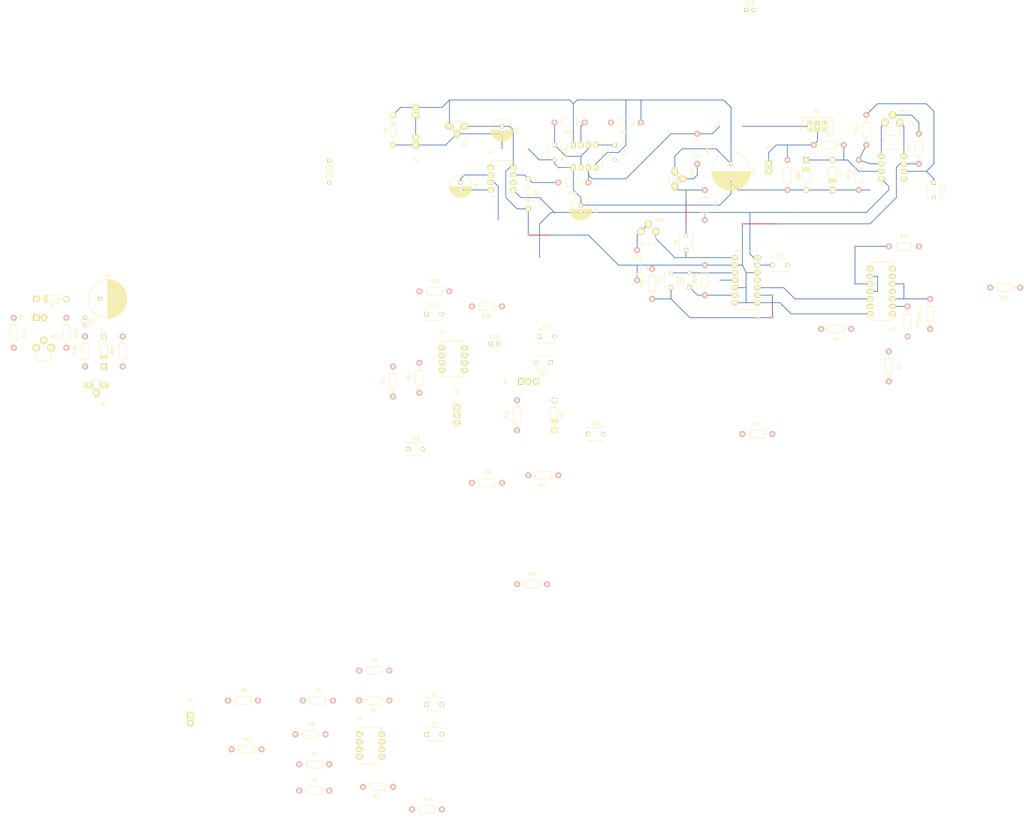
<source format=kicad_pcb>
(kicad_pcb (version 4) (host pcbnew 4.0.3-stable)
  (layers (0 F.Cu signal) (31 B.Cu signal) (34 B.Paste user) (35 F.Paste user) (36 B.SilkS user) (37 F.SilkS user) (38 B.Mask user) (39 F.Mask user) (44 Edge.Cuts user))
  (net 0 "")
  (net 1 GND)
  (net 2 "Net-(P3-Pad2)")
  (net 3 +5V)
  (net 4 "Net-(P5-Pad2)")
  (net 5 "Net-(P5-Pad3)")
  (net 6 "Net-(P6-Pad1)")
  (net 7 "Net-(P6-Pad2)")
  (net 8 "Net-(C15-Pad2)")
  (net 9 "Net-(P7-Pad1)")
  (net 10 "Net-(C8-Pad1)")
  (net 11 "Net-(C8-Pad2)")
  (net 12 -5V)
  (net 13 "Net-(D6-Pad2)")
  (net 14 "Net-(C10-Pad1)")
  (net 15 "Net-(Q2-Pad1)")
  (net 16 "Net-(C21-Pad1)")
  (net 17 "Net-(R24-Pad2)")
  (net 18 "Net-(C6-Pad1)")
  (net 19 "Net-(C13-Pad2)")
  (net 20 "Net-(C12-Pad2)")
  (net 21 "Net-(C13-Pad1)")
  (net 22 "Net-(C2-Pad1)")
  (net 23 "Net-(U2-Pad12)")
  (net 24 "Net-(U2-Pad6)")
  (net 25 "Net-(C12-Pad1)")
  (net 26 "Net-(C15-Pad1)")
  (net 27 "Net-(C17-Pad1)")
  (net 28 "Net-(C18-Pad1)")
  (net 29 "Net-(C14-Pad1)")
  (net 30 "Net-(C14-Pad2)")
  (net 31 "Net-(R43-Pad1)")
  (net 32 "Net-(C19-Pad2)")
  (net 33 "Net-(C19-Pad1)")
  (net 34 "Net-(C16-Pad1)")
  (net 35 "Net-(R43-Pad3)")
  (net 36 "Net-(C1-Pad1)")
  (net 37 "Net-(C5-Pad1)")
  (net 38 "Net-(D3-Pad2)")
  (net 39 "Net-(D3-Pad1)")
  (net 40 "Net-(P1-Pad1)")
  (net 41 "Net-(D2-Pad2)")
  (net 42 "Net-(R1-Pad1)")
  (net 43 "Net-(C4-Pad1)")
  (net 44 "Net-(R3-Pad1)")
  (net 45 "Net-(C3-Pad1)")
  (net 46 "Net-(R14-Pad2)")
  (net 47 "Net-(Q1-Pad3)")
  (net 48 "Net-(R11-Pad1)")
  (net 49 "Net-(Q1-Pad1)")
  (net 50 "Net-(C16-Pad2)")
  (net 51 "Net-(C6-Pad2)")
  (net 52 "Net-(Q3-Pad2)")
  (net 53 "Net-(R36-Pad1)")
  (net 54 "Net-(R37-Pad1)")
  (net 55 "Net-(R43-Pad2)")
  (net 56 "Net-(C3-Pad2)")
  (net 57 "Net-(C4-Pad2)")
  (net 58 +BATT)
  (net 59 "Net-(R17-Pad2)")
  (module Pin_Headers:Pin_Header_Straight_1x02 (layer F.Cu) (at 99.06 33.02 180)
    (fp_text reference P3 (at 0 -5.1 180) (layer F.SilkS))
    (fp_text value BATT_CONN)
    (pad 1 thru_hole rect (at 0 0 180) (size 2.032 2.032) (drill 1.016) (layers *.Cu *.Mask F.SilkS) (net 1 GND))
    (pad 2 thru_hole oval (at 0 2.54 180) (size 2.032 2.032) (drill 1.016) (layers *.Cu *.Mask F.SilkS) (net 2 "Net-(P3-Pad2)"))
  )
  (module Pin_Headers:Pin_Header_Straight_1x02 (layer F.Cu) (at 99.06 22.86 180)
    (fp_text reference P4 (at 0 -5.1 180) (layer F.SilkS))
    (fp_text value POWER_SW)
    (pad 1 thru_hole rect (at 0 0 180) (size 2.032 2.032) (drill 1.016) (layers *.Cu *.Mask F.SilkS) (net 2 "Net-(P3-Pad2)"))
    (pad 2 thru_hole oval (at 0 2.54 180) (size 2.032 2.032) (drill 1.016) (layers *.Cu *.Mask F.SilkS) (net 58 +BATT))
  )
  (module Pin_Headers:Pin_Header_Straight_1x03 (layer F.Cu) (at 113.03 121.92)
    (fp_text reference P5 (at 0 -5.1) (layer F.SilkS))
    (fp_text value THRES)
    (pad 1 thru_hole rect (at 0 0) (size 2.032 1.7272) (drill 1.016) (layers *.Cu *.Mask F.SilkS) (net 1 GND))
    (pad 2 thru_hole oval (at 0 2.54) (size 2.032 1.7272) (drill 1.016) (layers *.Cu *.Mask F.SilkS) (net 4 "Net-(P5-Pad2)"))
    (pad 3 thru_hole oval (at 0 5.08) (size 2.032 1.7272) (drill 1.016) (layers *.Cu *.Mask F.SilkS) (net 5 "Net-(P5-Pad3)"))
  )
  (module Pin_Headers:Pin_Header_Straight_1x03 (layer F.Cu) (at 134.62 113.03 90)
    (fp_text reference P6 (at 0 -5.1 90) (layer F.SilkS))
    (fp_text value GAIN)
    (pad 1 thru_hole rect (at 0 0 90) (size 2.032 1.7272) (drill 1.016) (layers *.Cu *.Mask F.SilkS) (net 6 "Net-(P6-Pad1)"))
    (pad 2 thru_hole oval (at 0 2.54 90) (size 2.032 1.7272) (drill 1.016) (layers *.Cu *.Mask F.SilkS) (net 7 "Net-(P6-Pad2)"))
    (pad 3 thru_hole oval (at 0 5.08 90) (size 2.032 1.7272) (drill 1.016) (layers *.Cu *.Mask F.SilkS) (net 8 "Net-(C15-Pad2)"))
  )
  (module Pin_Headers:Pin_Header_Straight_1x02 (layer F.Cu) (at 218.44 39.37)
    (fp_text reference P7 (at 0 -5.1) (layer F.SilkS))
    (fp_text value COIL)
    (pad 1 thru_hole rect (at 0 0) (size 2.032 2.032) (drill 1.016) (layers *.Cu *.Mask F.SilkS) (net 9 "Net-(P7-Pad1)"))
    (pad 2 thru_hole oval (at 0 2.54) (size 2.032 2.032) (drill 1.016) (layers *.Cu *.Mask F.SilkS) (net 1 GND))
  )
  (module Diodes_ThroughHole:Diode_DO-41_SOD81_Horizontal_RM10 (layer F.Cu) (at -29.21 85.09)
    (fp_text reference D1 (at 5.38734 2.53746) (layer F.SilkS))
    (fp_text value 1N4148)
    (pad 2 thru_hole circle (at 10.16 -0.00254 180) (size 1.99898 1.99898) (drill 1.27) (layers *.Cu *.Mask F.SilkS) (net 36 "Net-(C1-Pad1)"))
    (pad 1 thru_hole rect (at 0 -0.00254 180) (size 1.99898 1.99898) (drill 1.00076) (layers *.Cu *.Mask F.SilkS) (net 37 "Net-(C5-Pad1)"))
  )
  (module Diodes_ThroughHole:Diode_DO-41_SOD81_Horizontal_RM10 (layer F.Cu) (at 146.05 129.54 90)
    (fp_text reference D3 (at 5.38734 2.53746 90) (layer F.SilkS))
    (fp_text value 1N4148)
    (pad 2 thru_hole circle (at 10.16 -0.00254 270) (size 1.99898 1.99898) (drill 1.27) (layers *.Cu *.Mask F.SilkS) (net 38 "Net-(D3-Pad2)"))
    (pad 1 thru_hole rect (at 0 -0.00254 270) (size 1.99898 1.99898) (drill 1.00076) (layers *.Cu *.Mask F.SilkS) (net 39 "Net-(D3-Pad1)"))
  )
  (module Diodes_ThroughHole:Diode_DO-41_SOD81_Horizontal_RM10 (layer F.Cu) (at -6.35 107.95 90)
    (fp_text reference D4 (at 5.38734 2.53746 90) (layer F.SilkS))
    (fp_text value 1N4148)
    (pad 2 thru_hole circle (at 10.16 -0.00254 270) (size 1.99898 1.99898) (drill 1.27) (layers *.Cu *.Mask F.SilkS) (net 1 GND))
    (pad 1 thru_hole rect (at 0 -0.00254 270) (size 1.99898 1.99898) (drill 1.00076) (layers *.Cu *.Mask F.SilkS) (net 57 "Net-(C4-Pad2)"))
  )
  (module Diodes_ThroughHole:Diode_DO-41_SOD81_Horizontal_RM10 (layer F.Cu) (at 240.03 48.26 90)
    (fp_text reference D7 (at 5.38734 2.53746 90) (layer F.SilkS))
    (fp_text value 1N4148)
    (pad 2 thru_hole circle (at 10.16 -0.00254 270) (size 1.99898 1.99898) (drill 1.27) (layers *.Cu *.Mask F.SilkS) (net 33 "Net-(C19-Pad1)"))
    (pad 1 thru_hole rect (at 0 -0.00254 270) (size 1.99898 1.99898) (drill 1.00076) (layers *.Cu *.Mask F.SilkS) (net 1 GND))
  )
  (module Diodes_ThroughHole:Diode_DO-41_SOD81_Horizontal_RM10 (layer F.Cu) (at 231.14 38.1 270)
    (fp_text reference D8 (at 5.38734 2.53746 270) (layer F.SilkS))
    (fp_text value 1N4148)
    (pad 2 thru_hole circle (at 10.16 -0.00254 90) (size 1.99898 1.99898) (drill 1.27) (layers *.Cu *.Mask F.SilkS) (net 1 GND))
    (pad 1 thru_hole rect (at 0 -0.00254 90) (size 1.99898 1.99898) (drill 1.00076) (layers *.Cu *.Mask F.SilkS) (net 33 "Net-(C19-Pad1)"))
  )
  (module Pin_Headers:Pin_Header_Straight_1x02 (layer F.Cu) (at 22.86 226.06)
    (fp_text reference P1 (at 0 -5.1) (layer F.SilkS))
    (fp_text value CLICK_SW)
    (pad 1 thru_hole rect (at 0 0) (size 2.032 2.032) (drill 1.016) (layers *.Cu *.Mask F.SilkS) (net 40 "Net-(P1-Pad1)"))
    (pad 2 thru_hole oval (at 0 2.54) (size 2.032 2.032) (drill 1.016) (layers *.Cu *.Mask F.SilkS) (net 41 "Net-(D2-Pad2)"))
  )
  (module Pin_Headers:Pin_Header_Straight_1x02 (layer F.Cu) (at -29.21 91.44 90)
    (fp_text reference P2 (at 0 -5.1 90) (layer F.SilkS))
    (fp_text value PHONES)
    (pad 1 thru_hole rect (at 0 0 90) (size 2.032 2.032) (drill 1.016) (layers *.Cu *.Mask F.SilkS) (net 37 "Net-(C5-Pad1)"))
    (pad 2 thru_hole oval (at 0 2.54 90) (size 2.032 2.032) (drill 1.016) (layers *.Cu *.Mask F.SilkS) (net 36 "Net-(C1-Pad1)"))
  )
  (module TO_SOT_Packages_THT:TO-220_Neutral123_Vertical_LargePads (layer F.Cu) (at 234.95 26.67)
    (fp_text reference Q2 (at 0 -5.08) (layer F.SilkS))
    (fp_text value IRF9640)
    (pad 2 thru_hole oval (at 0 0 90) (size 3.50012 1.69926) (drill 1.00076) (layers *.Cu *.Mask F.SilkS) (net 9 "Net-(P7-Pad1)"))
    (pad 1 thru_hole oval (at -2.54 0 90) (size 3.50012 1.69926) (drill 1.00076) (layers *.Cu *.Mask F.SilkS) (net 15 "Net-(Q2-Pad1)"))
    (pad 3 thru_hole oval (at 2.54 0 90) (size 3.50012 1.69926) (drill 1.00076) (layers *.Cu *.Mask F.SilkS) (net 58 +BATT))
  )
  (module Resistors_ThroughHole:Resistor_Horizontal_RM10mm (layer F.Cu) (at 90.17 220.98 180)
    (fp_text reference R1 (at 5.32892 -3.50012 180) (layer F.SilkS))
    (fp_text value 0)
    (pad 1 thru_hole circle (at 0 0 180) (size 1.99898 1.99898) (drill 1.00076) (layers *.Cu *.SilkS *.Mask) (net 42 "Net-(R1-Pad1)"))
    (pad 2 thru_hole circle (at 10.16 0 180) (size 1.99898 1.99898) (drill 1.00076) (layers *.Cu *.SilkS *.Mask) (net 43 "Net-(C4-Pad1)"))
  )
  (module Resistors_ThroughHole:Resistor_Horizontal_RM10mm (layer F.Cu) (at 246.38 95.25 180)
    (fp_text reference R2 (at 5.32892 -3.50012 180) (layer F.SilkS))
    (fp_text value 0)
    (pad 1 thru_hole circle (at 0 0 180) (size 1.99898 1.99898) (drill 1.00076) (layers *.Cu *.SilkS *.Mask) (net 42 "Net-(R1-Pad1)"))
    (pad 2 thru_hole circle (at 10.16 0 180) (size 1.99898 1.99898) (drill 1.00076) (layers *.Cu *.SilkS *.Mask) (net 20 "Net-(C12-Pad2)"))
  )
  (module Resistors_ThroughHole:Resistor_Horizontal_RM10mm (layer F.Cu) (at 80.01 210.82)
    (fp_text reference R3 (at 5.32892 -3.50012) (layer F.SilkS))
    (fp_text value 47K)
    (pad 1 thru_hole circle (at 0 0) (size 1.99898 1.99898) (drill 1.00076) (layers *.Cu *.SilkS *.Mask) (net 44 "Net-(R3-Pad1)"))
    (pad 2 thru_hole circle (at 10.16 0) (size 1.99898 1.99898) (drill 1.00076) (layers *.Cu *.SilkS *.Mask) (net 43 "Net-(C4-Pad1)"))
  )
  (module Resistors_ThroughHole:Resistor_Horizontal_RM10mm (layer F.Cu) (at 60.96 220.98)
    (fp_text reference R4 (at 5.32892 -3.50012) (layer F.SilkS))
    (fp_text value 47K)
    (pad 1 thru_hole circle (at 0 0) (size 1.99898 1.99898) (drill 1.00076) (layers *.Cu *.SilkS *.Mask) (net 1 GND))
    (pad 2 thru_hole circle (at 10.16 0) (size 1.99898 1.99898) (drill 1.00076) (layers *.Cu *.SilkS *.Mask) (net 44 "Net-(R3-Pad1)"))
  )
  (module Resistors_ThroughHole:Resistor_Horizontal_RM10mm (layer F.Cu) (at 259.08 102.87 270)
    (fp_text reference R5 (at 5.32892 -3.50012 270) (layer F.SilkS))
    (fp_text value 22K)
    (pad 1 thru_hole circle (at 0 0 270) (size 1.99898 1.99898) (drill 1.00076) (layers *.Cu *.SilkS *.Mask) (net 59 "Net-(R17-Pad2)"))
    (pad 2 thru_hole circle (at 10.16 0 270) (size 1.99898 1.99898) (drill 1.00076) (layers *.Cu *.SilkS *.Mask) (net 40 "Net-(P1-Pad1)"))
  )
  (module Resistors_ThroughHole:Resistor_Horizontal_RM10mm (layer F.Cu) (at 35.56 220.98)
    (fp_text reference R6 (at 5.32892 -3.50012) (layer F.SilkS))
    (fp_text value 1K)
    (pad 1 thru_hole circle (at 0 0) (size 1.99898 1.99898) (drill 1.00076) (layers *.Cu *.SilkS *.Mask) (net 41 "Net-(D2-Pad2)"))
    (pad 2 thru_hole circle (at 10.16 0) (size 1.99898 1.99898) (drill 1.00076) (layers *.Cu *.SilkS *.Mask) (net 1 GND))
  )
  (module Resistors_ThroughHole:Resistor_Horizontal_RM10mm (layer F.Cu) (at 59.69 242.57)
    (fp_text reference R7 (at 5.32892 -3.50012) (layer F.SilkS))
    (fp_text value 47K)
    (pad 1 thru_hole circle (at 0 0) (size 1.99898 1.99898) (drill 1.00076) (layers *.Cu *.SilkS *.Mask) (net 59 "Net-(R17-Pad2)"))
    (pad 2 thru_hole circle (at 10.16 0) (size 1.99898 1.99898) (drill 1.00076) (layers *.Cu *.SilkS *.Mask) (net 45 "Net-(C3-Pad1)"))
  )
  (module Resistors_ThroughHole:Resistor_Horizontal_RM10mm (layer F.Cu) (at 58.42 232.41)
    (fp_text reference R8 (at 5.32892 -3.50012) (layer F.SilkS))
    (fp_text value 100K)
    (pad 1 thru_hole circle (at 0 0) (size 1.99898 1.99898) (drill 1.00076) (layers *.Cu *.SilkS *.Mask) (net 40 "Net-(P1-Pad1)"))
    (pad 2 thru_hole circle (at 10.16 0) (size 1.99898 1.99898) (drill 1.00076) (layers *.Cu *.SilkS *.Mask) (net 45 "Net-(C3-Pad1)"))
  )
  (module Resistors_ThroughHole:Resistor_Horizontal_RM10mm (layer F.Cu) (at 59.69 251.46)
    (fp_text reference R9 (at 5.32892 -3.50012) (layer F.SilkS))
    (fp_text value 47K)
    (pad 1 thru_hole circle (at 0 0) (size 1.99898 1.99898) (drill 1.00076) (layers *.Cu *.SilkS *.Mask) (net 40 "Net-(P1-Pad1)"))
    (pad 2 thru_hole circle (at 10.16 0) (size 1.99898 1.99898) (drill 1.00076) (layers *.Cu *.SilkS *.Mask) (net 46 "Net-(R14-Pad2)"))
  )
  (module Resistors_ThroughHole:Resistor_Horizontal_RM10mm (layer F.Cu) (at -19.05 91.44 270)
    (fp_text reference R10 (at 5.32892 -3.50012 270) (layer F.SilkS))
    (fp_text value 0)
    (pad 1 thru_hole circle (at 0 0 270) (size 1.99898 1.99898) (drill 1.00076) (layers *.Cu *.SilkS *.Mask) (net 36 "Net-(C1-Pad1)"))
    (pad 2 thru_hole circle (at 10.16 0 270) (size 1.99898 1.99898) (drill 1.00076) (layers *.Cu *.SilkS *.Mask) (net 47 "Net-(Q1-Pad3)"))
  )
  (module Resistors_ThroughHole:Resistor_Horizontal_RM10mm (layer F.Cu) (at 173.99 68.58 270)
    (fp_text reference R11 (at 5.32892 -3.50012 270) (layer F.SilkS))
    (fp_text value 5.1K)
    (pad 1 thru_hole circle (at 0 0 270) (size 1.99898 1.99898) (drill 1.00076) (layers *.Cu *.SilkS *.Mask) (net 48 "Net-(R11-Pad1)"))
    (pad 2 thru_hole circle (at 10.16 0 270) (size 1.99898 1.99898) (drill 1.00076) (layers *.Cu *.SilkS *.Mask) (net 3 +5V))
  )
  (module Resistors_ThroughHole:Resistor_Horizontal_RM10mm (layer F.Cu) (at 36.83 237.49)
    (fp_text reference R12 (at 5.32892 -3.50012) (layer F.SilkS))
    (fp_text value 0)
    (pad 1 thru_hole circle (at 0 0) (size 1.99898 1.99898) (drill 1.00076) (layers *.Cu *.SilkS *.Mask) (net 40 "Net-(P1-Pad1)"))
    (pad 2 thru_hole circle (at 10.16 0) (size 1.99898 1.99898) (drill 1.00076) (layers *.Cu *.SilkS *.Mask) (net 39 "Net-(D3-Pad1)"))
  )
  (module Potentiometers:Potentiometer_VishaySpectrol-Econtrim-Type36k (layer F.Cu) (at -29.21 101.6)
    (fp_text reference R13 (at 6.30936 -3.76936) (layer F.SilkS))
    (fp_text value 1K)
    (pad 2 thru_hole circle (at 2.49936 -2.49936) (size 2.49936 2.49936) (drill 1.19888) (layers *.Cu *.Mask F.SilkS) (net 36 "Net-(C1-Pad1)"))
    (pad 3 thru_hole circle (at 4.99872 0) (size 2.49936 2.49936) (drill 1.19888) (layers *.Cu *.Mask F.SilkS) (net 47 "Net-(Q1-Pad3)"))
    (pad 1 thru_hole circle (at 0 0) (size 2.49936 2.49936) (drill 1.19888) (layers *.Cu *.Mask F.SilkS) (net 37 "Net-(C5-Pad1)"))
  )
  (module Resistors_ThroughHole:Resistor_Horizontal_RM10mm (layer F.Cu) (at 97.79 257.81)
    (fp_text reference R14 (at 5.32892 -3.50012) (layer F.SilkS))
    (fp_text value 47K)
    (pad 1 thru_hole circle (at 0 0) (size 1.99898 1.99898) (drill 1.00076) (layers *.Cu *.SilkS *.Mask) (net 1 GND))
    (pad 2 thru_hole circle (at 10.16 0) (size 1.99898 1.99898) (drill 1.00076) (layers *.Cu *.SilkS *.Mask) (net 46 "Net-(R14-Pad2)"))
  )
  (module Resistors_ThroughHole:Resistor_Horizontal_RM10mm (layer F.Cu) (at 133.35 129.54 90)
    (fp_text reference R15 (at 5.32892 -3.50012 90) (layer F.SilkS))
    (fp_text value 0)
    (pad 1 thru_hole circle (at 0 0 90) (size 1.99898 1.99898) (drill 1.00076) (layers *.Cu *.SilkS *.Mask) (net 57 "Net-(C4-Pad2)"))
    (pad 2 thru_hole circle (at 10.16 0 90) (size 1.99898 1.99898) (drill 1.00076) (layers *.Cu *.SilkS *.Mask) (net 39 "Net-(D3-Pad1)"))
  )
  (module Resistors_ThroughHole:Resistor_Horizontal_RM10mm (layer F.Cu) (at 0 107.95 90)
    (fp_text reference R16 (at 5.32892 -3.50012 90) (layer F.SilkS))
    (fp_text value 100K)
    (pad 1 thru_hole circle (at 0 0 90) (size 1.99898 1.99898) (drill 1.00076) (layers *.Cu *.SilkS *.Mask) (net 57 "Net-(C4-Pad2)"))
    (pad 2 thru_hole circle (at 10.16 0 90) (size 1.99898 1.99898) (drill 1.00076) (layers *.Cu *.SilkS *.Mask) (net 1 GND))
  )
  (module Resistors_ThroughHole:Resistor_Horizontal_RM10mm (layer F.Cu) (at 91.44 250.19 180)
    (fp_text reference R17 (at 5.32892 -3.50012 180) (layer F.SilkS))
    (fp_text value 0)
    (pad 1 thru_hole circle (at 0 0 180) (size 1.99898 1.99898) (drill 1.00076) (layers *.Cu *.SilkS *.Mask) (net 57 "Net-(C4-Pad2)"))
    (pad 2 thru_hole circle (at 10.16 0 180) (size 1.99898 1.99898) (drill 1.00076) (layers *.Cu *.SilkS *.Mask) (net 59 "Net-(R17-Pad2)"))
  )
  (module Resistors_ThroughHole:Resistor_Horizontal_RM10mm (layer F.Cu) (at -12.7 107.95 90)
    (fp_text reference R18 (at 5.32892 -3.50012 90) (layer F.SilkS))
    (fp_text value 150R)
    (pad 1 thru_hole circle (at 0 0 90) (size 1.99898 1.99898) (drill 1.00076) (layers *.Cu *.SilkS *.Mask) (net 49 "Net-(Q1-Pad1)"))
    (pad 2 thru_hole circle (at 10.16 0 90) (size 1.99898 1.99898) (drill 1.00076) (layers *.Cu *.SilkS *.Mask) (net 1 GND))
  )
  (module Resistors_ThroughHole:Resistor_Horizontal_RM10mm (layer F.Cu) (at -36.83 91.44 270)
    (fp_text reference R19 (at 5.32892 -3.50012 270) (layer F.SilkS))
    (fp_text value 0)
    (pad 1 thru_hole circle (at 0 0 270) (size 1.99898 1.99898) (drill 1.00076) (layers *.Cu *.SilkS *.Mask) (net 58 +BATT))
    (pad 2 thru_hole circle (at 10.16 0 270) (size 1.99898 1.99898) (drill 1.00076) (layers *.Cu *.SilkS *.Mask) (net 37 "Net-(C5-Pad1)"))
  )
  (module Resistors_ThroughHole:Resistor_Horizontal_RM10mm (layer F.Cu) (at 133.35 181.61)
    (fp_text reference R20 (at 5.32892 -3.50012) (layer F.SilkS))
    (fp_text value 10K)
    (pad 1 thru_hole circle (at 0 0) (size 1.99898 1.99898) (drill 1.00076) (layers *.Cu *.SilkS *.Mask) (net 1 GND))
    (pad 2 thru_hole circle (at 10.16 0) (size 1.99898 1.99898) (drill 1.00076) (layers *.Cu *.SilkS *.Mask) (net 50 "Net-(C16-Pad2)"))
  )
  (module Resistors_ThroughHole:Resistor_Horizontal_RM10mm (layer F.Cu) (at 196.85 48.26 270)
    (fp_text reference R21 (at 5.32892 -3.50012 270) (layer F.SilkS))
    (fp_text value 1.5K)
    (pad 1 thru_hole circle (at 0 0 270) (size 1.99898 1.99898) (drill 1.00076) (layers *.Cu *.SilkS *.Mask) (net 51 "Net-(C6-Pad2)"))
    (pad 2 thru_hole circle (at 10.16 0 270) (size 1.99898 1.99898) (drill 1.00076) (layers *.Cu *.SilkS *.Mask) (net 12 -5V))
  )
  (module Resistors_ThroughHole:Resistor_Horizontal_RM10mm (layer F.Cu) (at 194.31 29.21 270)
    (fp_text reference R22 (at 5.32892 -3.50012 270) (layer F.SilkS))
    (fp_text value 3K)
    (pad 1 thru_hole circle (at 0 0 270) (size 1.99898 1.99898) (drill 1.00076) (layers *.Cu *.SilkS *.Mask) (net 15 "Net-(Q2-Pad1)"))
    (pad 2 thru_hole circle (at 10.16 0 270) (size 1.99898 1.99898) (drill 1.00076) (layers *.Cu *.SilkS *.Mask) (net 52 "Net-(Q3-Pad2)"))
  )
  (module Resistors_ThroughHole:Resistor_Horizontal_RM10mm (layer F.Cu) (at 157.48 45.72 180)
    (fp_text reference R23 (at 5.32892 -3.50012 180) (layer F.SilkS))
    (fp_text value 10K)
    (pad 1 thru_hole circle (at 0 0 180) (size 1.99898 1.99898) (drill 1.00076) (layers *.Cu *.SilkS *.Mask) (net 15 "Net-(Q2-Pad1)"))
    (pad 2 thru_hole circle (at 10.16 0 180) (size 1.99898 1.99898) (drill 1.00076) (layers *.Cu *.SilkS *.Mask) (net 13 "Net-(D6-Pad2)"))
  )
  (module Resistors_ThroughHole:Resistor_Horizontal_RM10mm (layer F.Cu) (at 175.26 25.4 180)
    (fp_text reference R24 (at 5.32892 -3.50012 180) (layer F.SilkS))
    (fp_text value 100K)
    (pad 1 thru_hole circle (at 0 0 180) (size 1.99898 1.99898) (drill 1.00076) (layers *.Cu *.SilkS *.Mask) (net 58 +BATT))
    (pad 2 thru_hole circle (at 10.16 0 180) (size 1.99898 1.99898) (drill 1.00076) (layers *.Cu *.SilkS *.Mask) (net 17 "Net-(R24-Pad2)"))
  )
  (module Resistors_ThroughHole:Resistor_Horizontal_RM10mm (layer F.Cu) (at 156.21 25.4 180)
    (fp_text reference R25 (at 5.32892 -3.50012 180) (layer F.SilkS))
    (fp_text value 3.32K)
    (pad 1 thru_hole circle (at 0 0 180) (size 1.99898 1.99898) (drill 1.00076) (layers *.Cu *.SilkS *.Mask) (net 17 "Net-(R24-Pad2)"))
    (pad 2 thru_hole circle (at 10.16 0 180) (size 1.99898 1.99898) (drill 1.00076) (layers *.Cu *.SilkS *.Mask) (net 14 "Net-(C10-Pad1)"))
  )
  (module Resistors_ThroughHole:Resistor_Horizontal_RM10mm (layer F.Cu) (at 179.07 85.09 90)
    (fp_text reference R26 (at 5.32892 -3.50012 90) (layer F.SilkS))
    (fp_text value 51K)
    (pad 1 thru_hole circle (at 0 0 90) (size 1.99898 1.99898) (drill 1.00076) (layers *.Cu *.SilkS *.Mask) (net 22 "Net-(C2-Pad1)"))
    (pad 2 thru_hole circle (at 10.16 0 90) (size 1.99898 1.99898) (drill 1.00076) (layers *.Cu *.SilkS *.Mask) (net 3 +5V))
  )
  (module Resistors_ThroughHole:Resistor_Horizontal_RM10mm (layer F.Cu) (at 209.55 130.81)
    (fp_text reference R27 (at 5.32892 -3.50012) (layer F.SilkS))
    (fp_text value 51K)
    (pad 1 thru_hole circle (at 0 0) (size 1.99898 1.99898) (drill 1.00076) (layers *.Cu *.SilkS *.Mask) (net 25 "Net-(C12-Pad1)"))
    (pad 2 thru_hole circle (at 10.16 0) (size 1.99898 1.99898) (drill 1.00076) (layers *.Cu *.SilkS *.Mask) (net 3 +5V))
  )
  (module Resistors_ThroughHole:Resistor_Horizontal_RM10mm (layer F.Cu) (at 196.85 83.82 90)
    (fp_text reference R28 (at 5.32892 -3.50012 90) (layer F.SilkS))
    (fp_text value 240K)
    (pad 1 thru_hole circle (at 0 0 90) (size 1.99898 1.99898) (drill 1.00076) (layers *.Cu *.SilkS *.Mask) (net 21 "Net-(C13-Pad1)"))
    (pad 2 thru_hole circle (at 10.16 0 90) (size 1.99898 1.99898) (drill 1.00076) (layers *.Cu *.SilkS *.Mask) (net 3 +5V))
  )
  (module Resistors_ThroughHole:Resistor_Horizontal_RM10mm (layer F.Cu) (at 265.43 87.63 270)
    (fp_text reference R29 (at 5.32892 -3.50012 270) (layer F.SilkS))
    (fp_text value 2K)
    (pad 1 thru_hole circle (at 0 0 270) (size 1.99898 1.99898) (drill 1.00076) (layers *.Cu *.SilkS *.Mask) (net 1 GND))
    (pad 2 thru_hole circle (at 10.16 0 270) (size 1.99898 1.99898) (drill 1.00076) (layers *.Cu *.SilkS *.Mask) (net 6 "Net-(P6-Pad1)"))
  )
  (module Resistors_ThroughHole:Resistor_Horizontal_RM10mm (layer F.Cu) (at 91.44 118.11 90)
    (fp_text reference R31 (at 5.32892 -3.50012 90) (layer F.SilkS))
    (fp_text value 47K)
    (pad 1 thru_hole circle (at 0 0 90) (size 1.99898 1.99898) (drill 1.00076) (layers *.Cu *.SilkS *.Mask) (net 4 "Net-(P5-Pad2)"))
    (pad 2 thru_hole circle (at 10.16 0 90) (size 1.99898 1.99898) (drill 1.00076) (layers *.Cu *.SilkS *.Mask) (net 29 "Net-(C14-Pad1)"))
  )
  (module Resistors_ThroughHole:Resistor_Horizontal_RM10mm (layer F.Cu) (at 273.05 95.25 90)
    (fp_text reference R32 (at 5.32892 -3.50012 90) (layer F.SilkS))
    (fp_text value 47K)
    (pad 1 thru_hole circle (at 0 0 90) (size 1.99898 1.99898) (drill 1.00076) (layers *.Cu *.SilkS *.Mask) (net 5 "Net-(P5-Pad3)"))
    (pad 2 thru_hole circle (at 10.16 0 90) (size 1.99898 1.99898) (drill 1.00076) (layers *.Cu *.SilkS *.Mask) (net 12 -5V))
  )
  (module Resistors_ThroughHole:Resistor_Horizontal_RM10mm (layer F.Cu) (at 100.33 82.55)
    (fp_text reference R33 (at 5.32892 -3.50012) (layer F.SilkS))
    (fp_text value 220K)
    (pad 1 thru_hole circle (at 0 0) (size 1.99898 1.99898) (drill 1.00076) (layers *.Cu *.SilkS *.Mask) (net 29 "Net-(C14-Pad1)"))
    (pad 2 thru_hole circle (at 10.16 0) (size 1.99898 1.99898) (drill 1.00076) (layers *.Cu *.SilkS *.Mask) (net 30 "Net-(C14-Pad2)"))
  )
  (module Resistors_ThroughHole:Resistor_Horizontal_RM10mm (layer F.Cu) (at 100.33 116.84 90)
    (fp_text reference R34 (at 5.32892 -3.50012 90) (layer F.SilkS))
    (fp_text value 1K)
    (pad 1 thru_hole circle (at 0 0 90) (size 1.99898 1.99898) (drill 1.00076) (layers *.Cu *.SilkS *.Mask) (net 1 GND))
    (pad 2 thru_hole circle (at 10.16 0 90) (size 1.99898 1.99898) (drill 1.00076) (layers *.Cu *.SilkS *.Mask) (net 29 "Net-(C14-Pad1)"))
  )
  (module Resistors_ThroughHole:Resistor_Horizontal_RM10mm (layer F.Cu) (at 147.32 144.78 180)
    (fp_text reference R35 (at 5.32892 -3.50012 180) (layer F.SilkS))
    (fp_text value 22K)
    (pad 1 thru_hole circle (at 0 0 180) (size 1.99898 1.99898) (drill 1.00076) (layers *.Cu *.SilkS *.Mask) (net 38 "Net-(D3-Pad2)"))
    (pad 2 thru_hole circle (at 10.16 0 180) (size 1.99898 1.99898) (drill 1.00076) (layers *.Cu *.SilkS *.Mask) (net 30 "Net-(C14-Pad2)"))
  )
  (module Resistors_ThroughHole:Resistor_Horizontal_RM10mm (layer F.Cu) (at 303.53 81.28 180)
    (fp_text reference R36 (at 5.32892 -3.50012 180) (layer F.SilkS))
    (fp_text value 1K)
    (pad 1 thru_hole circle (at 0 0 180) (size 1.99898 1.99898) (drill 1.00076) (layers *.Cu *.SilkS *.Mask) (net 53 "Net-(R36-Pad1)"))
    (pad 2 thru_hole circle (at 10.16 0 180) (size 1.99898 1.99898) (drill 1.00076) (layers *.Cu *.SilkS *.Mask) (net 27 "Net-(C17-Pad1)"))
  )
  (module Resistors_ThroughHole:Resistor_Horizontal_RM10mm (layer F.Cu) (at 259.08 67.31)
    (fp_text reference R37 (at 5.32892 -3.50012) (layer F.SilkS))
    (fp_text value 1K)
    (pad 1 thru_hole circle (at 0 0) (size 1.99898 1.99898) (drill 1.00076) (layers *.Cu *.SilkS *.Mask) (net 54 "Net-(R37-Pad1)"))
    (pad 2 thru_hole circle (at 10.16 0) (size 1.99898 1.99898) (drill 1.00076) (layers *.Cu *.SilkS *.Mask) (net 28 "Net-(C18-Pad1)"))
  )
  (module Resistors_ThroughHole:Resistor_Horizontal_RM10mm (layer F.Cu) (at 128.27 87.63 180)
    (fp_text reference R38 (at 5.32892 -3.50012 180) (layer F.SilkS))
    (fp_text value 475K)
    (pad 1 thru_hole circle (at 0 0 180) (size 1.99898 1.99898) (drill 1.00076) (layers *.Cu *.SilkS *.Mask) (net 27 "Net-(C17-Pad1)"))
    (pad 2 thru_hole circle (at 10.16 0 180) (size 1.99898 1.99898) (drill 1.00076) (layers *.Cu *.SilkS *.Mask) (net 26 "Net-(C15-Pad1)"))
  )
  (module Resistors_ThroughHole:Resistor_Horizontal_RM10mm (layer F.Cu) (at 118.11 147.32)
    (fp_text reference R39 (at 5.32892 -3.50012) (layer F.SilkS))
    (fp_text value 475K)
    (pad 1 thru_hole circle (at 0 0) (size 1.99898 1.99898) (drill 1.00076) (layers *.Cu *.SilkS *.Mask) (net 1 GND))
    (pad 2 thru_hole circle (at 10.16 0) (size 1.99898 1.99898) (drill 1.00076) (layers *.Cu *.SilkS *.Mask) (net 28 "Net-(C18-Pad1)"))
  )
  (module Resistors_ThroughHole:Resistor_Horizontal_RM10mm (layer F.Cu) (at 233.68 33.02)
    (fp_text reference R41 (at 5.32892 -3.50012) (layer F.SilkS))
    (fp_text value 1K)
    (pad 1 thru_hole circle (at 0 0) (size 1.99898 1.99898) (drill 1.00076) (layers *.Cu *.SilkS *.Mask) (net 9 "Net-(P7-Pad1)"))
    (pad 2 thru_hole circle (at 10.16 0) (size 1.99898 1.99898) (drill 1.00076) (layers *.Cu *.SilkS *.Mask) (net 33 "Net-(C19-Pad1)"))
  )
  (module Resistors_ThroughHole:Resistor_Horizontal_RM10mm (layer F.Cu) (at 248.92 48.26 90)
    (fp_text reference R42 (at 5.32892 -3.50012 90) (layer F.SilkS))
    (fp_text value 1K)
    (pad 1 thru_hole circle (at 0 0 90) (size 1.99898 1.99898) (drill 1.00076) (layers *.Cu *.SilkS *.Mask) (net 1 GND))
    (pad 2 thru_hole circle (at 10.16 0 90) (size 1.99898 1.99898) (drill 1.00076) (layers *.Cu *.SilkS *.Mask) (net 32 "Net-(C19-Pad2)"))
  )
  (module Resistors_ThroughHole:Resistor_Horizontal_RM10mm (layer F.Cu) (at 251.46 33.02 90)
    (fp_text reference R44 (at 5.32892 -3.50012 90) (layer F.SilkS))
    (fp_text value 1M)
    (pad 1 thru_hole circle (at 0 0 90) (size 1.99898 1.99898) (drill 1.00076) (layers *.Cu *.SilkS *.Mask) (net 32 "Net-(C19-Pad2)"))
    (pad 2 thru_hole circle (at 10.16 0 90) (size 1.99898 1.99898) (drill 1.00076) (layers *.Cu *.SilkS *.Mask) (net 34 "Net-(C16-Pad1)"))
  )
  (module Resistors_ThroughHole:Resistor_Horizontal_RM10mm (layer F.Cu) (at 269.24 39.37 90)
    (fp_text reference R45 (at 5.32892 -3.50012 90) (layer F.SilkS))
    (fp_text value 22K)
    (pad 1 thru_hole circle (at 0 0 90) (size 1.99898 1.99898) (drill 1.00076) (layers *.Cu *.SilkS *.Mask) (net 3 +5V))
    (pad 2 thru_hole circle (at 10.16 0 90) (size 1.99898 1.99898) (drill 1.00076) (layers *.Cu *.SilkS *.Mask) (net 55 "Net-(R43-Pad2)"))
  )
  (module Capacitors_ThroughHole:C_Radial_D13_L21_P5 (layer F.Cu) (at 205.74 39.37 270)
    (fp_text reference C7 (at 2.5 -7.8 270) (layer F.SilkS))
    (fp_text value 1000x25V)
    (pad 1 thru_hole rect (at 0 0 270) (size 1.3 1.3) (drill 0.8) (layers *.Cu *.Mask F.SilkS) (net 58 +BATT))
    (pad 2 thru_hole circle (at 5 0 270) (size 1.3 1.3) (drill 0.8) (layers *.Cu *.Mask F.SilkS) (net 1 GND))
  )
  (module Capacitors_ThroughHole:C_Radial_D7.5_L11.2_P2.5 (layer F.Cu) (at 114.3 45.72 270)
    (fp_text reference C8 (at 1.25 -5.1 270) (layer F.SilkS))
    (fp_text value 220x10V)
    (pad 2 thru_hole circle (at 2.5 0 270) (size 1.3 1.3) (drill 0.8) (layers *.Cu *.Mask F.SilkS) (net 11 "Net-(C8-Pad2)"))
    (pad 1 thru_hole rect (at 0 0 270) (size 1.3 1.3) (drill 0.8) (layers *.Cu *.Mask F.SilkS) (net 10 "Net-(C8-Pad1)"))
  )
  (module Capacitors_ThroughHole:C_Radial_D7.5_L11.2_P2.5 (layer F.Cu) (at 128.27 26.67 270)
    (fp_text reference C9 (at 1.25 -5.1 270) (layer F.SilkS))
    (fp_text value 220x10V)
    (pad 2 thru_hole circle (at 2.5 0 270) (size 1.3 1.3) (drill 0.8) (layers *.Cu *.Mask F.SilkS) (net 1 GND))
    (pad 1 thru_hole rect (at 0 0 270) (size 1.3 1.3) (drill 0.8) (layers *.Cu *.Mask F.SilkS) (net 3 +5V))
  )
  (module Capacitors_ThroughHole:C_Radial_D7.5_L11.2_P2.5 (layer F.Cu) (at 154.94 53.34 270)
    (fp_text reference C11 (at 1.25 -5.1 270) (layer F.SilkS))
    (fp_text value 220x10V)
    (pad 2 thru_hole circle (at 2.5 0 270) (size 1.3 1.3) (drill 0.8) (layers *.Cu *.Mask F.SilkS) (net 12 -5V))
    (pad 1 thru_hole rect (at 0 0 270) (size 1.3 1.3) (drill 0.8) (layers *.Cu *.Mask F.SilkS) (net 1 GND))
  )
  (module TO_SOT_Packages_THT:TO-92_Rugged (layer F.Cu) (at 115.57 26.67 180)
    (fp_text reference U3 (at 0 -6 180) (layer F.SilkS))
    (fp_text value LM78L05ACZ)
    (pad 2 thru_hole oval (at 2.54 -2.54 270) (size 2.99974 1.99898) (drill 1) (layers *.Cu *.Mask F.SilkS) (net 1 GND))
    (pad 1 thru_hole oval (at 0 0 270) (size 1.99898 2.99974) (drill 1) (layers *.Cu *.Mask F.SilkS) (net 3 +5V))
    (pad 3 thru_hole oval (at 5.08 0 270) (size 1.99898 2.99974) (drill 1) (layers *.Cu *.Mask F.SilkS) (net 58 +BATT))
  )
  (module Diodes_ThroughHole:Diode_DO-35_SOD27_Horizontal_RM10 (layer F.Cu) (at 91.44 22.86 270)
    (fp_text reference D5 (at 5.43052 2.53746 270) (layer F.SilkS))
    (fp_text value 1N4001)
    (pad 2 thru_hole circle (at 10.16052 -0.00254 90) (size 1.69926 1.69926) (drill 0.70104) (layers *.Cu *.Mask F.SilkS) (net 1 GND))
    (pad 1 thru_hole rect (at 0.00052 -0.00254 90) (size 1.69926 1.69926) (drill 0.70104) (layers *.Cu *.Mask F.SilkS) (net 58 +BATT))
  )
  (module Diodes_ThroughHole:Diode_DO-35_SOD27_Horizontal_RM10 (layer F.Cu) (at 137.16 54.61 90)
    (fp_text reference D6 (at 5.43052 2.53746 90) (layer F.SilkS))
    (fp_text value 1N5819)
    (pad 2 thru_hole circle (at 10.16052 -0.00254 270) (size 1.69926 1.69926) (drill 0.70104) (layers *.Cu *.Mask F.SilkS) (net 13 "Net-(D6-Pad2)"))
    (pad 1 thru_hole rect (at 0.00052 -0.00254 270) (size 1.69926 1.69926) (drill 0.70104) (layers *.Cu *.Mask F.SilkS) (net 3 +5V))
  )
  (module TO_SOT_Packages_THT:TO-92_Rugged (layer F.Cu) (at -6.35 114.3 180)
    (fp_text reference Q1 (at 0 -6 180) (layer F.SilkS))
    (fp_text value MPSA13)
    (pad 2 thru_hole oval (at 2.54 -2.54 270) (size 2.99974 1.99898) (drill 1) (layers *.Cu *.Mask F.SilkS) (net 57 "Net-(C4-Pad2)"))
    (pad 1 thru_hole oval (at 0 0 270) (size 1.99898 2.99974) (drill 1) (layers *.Cu *.Mask F.SilkS) (net 49 "Net-(Q1-Pad1)"))
    (pad 3 thru_hole oval (at 5.08 0 270) (size 1.99898 2.99974) (drill 1) (layers *.Cu *.Mask F.SilkS) (net 47 "Net-(Q1-Pad3)"))
  )
  (module TO_SOT_Packages_THT:TO-92_Rugged (layer F.Cu) (at 186.69 41.91 270)
    (fp_text reference Q3 (at 0 -6 270) (layer F.SilkS))
    (fp_text value 2N3906)
    (pad 2 thru_hole oval (at 2.54 -2.54) (size 2.99974 1.99898) (drill 1) (layers *.Cu *.Mask F.SilkS) (net 52 "Net-(Q3-Pad2)"))
    (pad 1 thru_hole oval (at 0 0) (size 1.99898 2.99974) (drill 1) (layers *.Cu *.Mask F.SilkS) (net 58 +BATT))
    (pad 3 thru_hole oval (at 5.08 0) (size 1.99898 2.99974) (drill 1) (layers *.Cu *.Mask F.SilkS) (net 51 "Net-(C6-Pad2)"))
  )
  (module Potentiometers:Potentiometer_VishaySpectrol-Econtrim-Type36k (layer F.Cu) (at 175.26 62.23)
    (fp_text reference R30 (at 6.30936 -3.76936) (layer F.SilkS))
    (fp_text value 10K)
    (pad 2 thru_hole circle (at 2.49936 -2.49936) (size 2.49936 2.49936) (drill 1.19888) (layers *.Cu *.Mask F.SilkS) (net 48 "Net-(R11-Pad1)"))
    (pad 3 thru_hole circle (at 4.99872 0) (size 2.49936 2.49936) (drill 1.19888) (layers *.Cu *.Mask F.SilkS) (net 18 "Net-(C6-Pad1)"))
    (pad 1 thru_hole circle (at 0 0) (size 2.49936 2.49936) (drill 1.19888) (layers *.Cu *.Mask F.SilkS) (net 48 "Net-(R11-Pad1)"))
  )
  (module Potentiometers:Potentiometer_VishaySpectrol-Econtrim-Type36k (layer F.Cu) (at 257.81 25.4)
    (fp_text reference R43 (at 6.30936 -3.76936) (layer F.SilkS))
    (fp_text value 100K)
    (pad 2 thru_hole circle (at 2.49936 -2.49936) (size 2.49936 2.49936) (drill 1.19888) (layers *.Cu *.Mask F.SilkS) (net 55 "Net-(R43-Pad2)"))
    (pad 3 thru_hole circle (at 4.99872 0) (size 2.49936 2.49936) (drill 1.19888) (layers *.Cu *.Mask F.SilkS) (net 35 "Net-(R43-Pad3)"))
    (pad 1 thru_hole circle (at 0 0) (size 2.49936 2.49936) (drill 1.19888) (layers *.Cu *.Mask F.SilkS) (net 31 "Net-(R43-Pad1)"))
  )
  (module Capacitors_ThroughHole:C_Disc_D3_P2.5 (layer F.Cu) (at -12.7 91.44 270)
    (fp_text reference C1 (at 1.25 -2.5 270) (layer F.SilkS))
    (fp_text value 100pF)
    (pad 1 thru_hole rect (at 0 0 270) (size 1.3 1.3) (drill 0.8) (layers *.Cu *.Mask F.SilkS) (net 36 "Net-(C1-Pad1)"))
    (pad 2 thru_hole circle (at 2.5 0 270) (size 1.3 1.3) (drill 0.8001) (layers *.Cu *.Mask F.SilkS) (net 1 GND))
  )
  (module Capacitors_ThroughHole:C_Disc_D6_P5 (layer F.Cu) (at 185.42 81.28 90)
    (fp_text reference C2 (at 2.5 -3.5 90) (layer F.SilkS))
    (fp_text value 0.001)
    (pad 1 thru_hole rect (at 0 0 90) (size 1.4 1.4) (drill 0.9) (layers *.Cu *.Mask F.SilkS) (net 22 "Net-(C2-Pad1)"))
    (pad 2 thru_hole circle (at 5 0 90) (size 1.4 1.4) (drill 0.9) (layers *.Cu *.Mask F.SilkS) (net 19 "Net-(C13-Pad2)"))
  )
  (module Capacitors_ThroughHole:C_Disc_D6_P5 (layer F.Cu) (at 102.87 232.41)
    (fp_text reference C3 (at 2.5 -3.5) (layer F.SilkS))
    (fp_text value 0.1)
    (pad 1 thru_hole rect (at 0 0) (size 1.4 1.4) (drill 0.9) (layers *.Cu *.Mask F.SilkS) (net 45 "Net-(C3-Pad1)"))
    (pad 2 thru_hole circle (at 5 0) (size 1.4 1.4) (drill 0.9) (layers *.Cu *.Mask F.SilkS) (net 56 "Net-(C3-Pad2)"))
  )
  (module Capacitors_ThroughHole:C_Disc_D6_P5 (layer F.Cu) (at 102.87 222.25)
    (fp_text reference C4 (at 2.5 -3.5) (layer F.SilkS))
    (fp_text value 1.0)
    (pad 1 thru_hole rect (at 0 0) (size 1.4 1.4) (drill 0.9) (layers *.Cu *.Mask F.SilkS) (net 43 "Net-(C4-Pad1)"))
    (pad 2 thru_hole circle (at 5 0) (size 1.4 1.4) (drill 0.9) (layers *.Cu *.Mask F.SilkS) (net 57 "Net-(C4-Pad2)"))
  )
  (module Capacitors_ThroughHole:C_Radial_D13_L21_P5 (layer F.Cu) (at -7.62 85.09)
    (fp_text reference C5 (at 2.5 -7.8) (layer F.SilkS))
    (fp_text value 470x10V)
    (pad 1 thru_hole rect (at 0 0) (size 1.3 1.3) (drill 0.8) (layers *.Cu *.Mask F.SilkS) (net 37 "Net-(C5-Pad1)"))
    (pad 2 thru_hole circle (at 5 0) (size 1.3 1.3) (drill 0.8) (layers *.Cu *.Mask F.SilkS) (net 1 GND))
  )
  (module Capacitors_ThroughHole:C_Disc_D6_P5 (layer F.Cu) (at 190.5 68.58 90)
    (fp_text reference C6 (at 2.5 -3.5 90) (layer F.SilkS))
    (fp_text value 0.001)
    (pad 1 thru_hole rect (at 0 0 90) (size 1.4 1.4) (drill 0.9) (layers *.Cu *.Mask F.SilkS) (net 18 "Net-(C6-Pad1)"))
    (pad 2 thru_hole circle (at 5 0 90) (size 1.4 1.4) (drill 0.9) (layers *.Cu *.Mask F.SilkS) (net 51 "Net-(C6-Pad2)"))
  )
  (module Capacitors_ThroughHole:C_Disc_D6_P5 (layer F.Cu) (at 146.05 33.02 270)
    (fp_text reference C10 (at 2.5 -3.5 270) (layer F.SilkS))
    (fp_text value "0.022 5%")
    (pad 1 thru_hole rect (at 0 0 270) (size 1.4 1.4) (drill 0.9) (layers *.Cu *.Mask F.SilkS) (net 14 "Net-(C10-Pad1)"))
    (pad 2 thru_hole circle (at 5 0 270) (size 1.4 1.4) (drill 0.9) (layers *.Cu *.Mask F.SilkS) (net 1 GND))
  )
  (module Capacitors_ThroughHole:C_Disc_D6_P5 (layer F.Cu) (at 219.71 73.66)
    (fp_text reference C12 (at 2.5 -3.5) (layer F.SilkS))
    (fp_text value 0.001)
    (pad 1 thru_hole rect (at 0 0) (size 1.4 1.4) (drill 0.9) (layers *.Cu *.Mask F.SilkS) (net 25 "Net-(C12-Pad1)"))
    (pad 2 thru_hole circle (at 5 0) (size 1.4 1.4) (drill 0.9) (layers *.Cu *.Mask F.SilkS) (net 20 "Net-(C12-Pad2)"))
  )
  (module Capacitors_ThroughHole:C_Disc_D6_P5 (layer F.Cu) (at 191.77 81.28 90)
    (fp_text reference C13 (at 2.5 -3.5 90) (layer F.SilkS))
    (fp_text value 0.001)
    (pad 1 thru_hole rect (at 0 0 90) (size 1.4 1.4) (drill 0.9) (layers *.Cu *.Mask F.SilkS) (net 21 "Net-(C13-Pad1)"))
    (pad 2 thru_hole circle (at 5 0 90) (size 1.4 1.4) (drill 0.9) (layers *.Cu *.Mask F.SilkS) (net 19 "Net-(C13-Pad2)"))
  )
  (module Capacitors_ThroughHole:C_Disc_D6_P5 (layer F.Cu) (at 102.87 90.17)
    (fp_text reference C14 (at 2.5 -3.5) (layer F.SilkS))
    (fp_text value 0.047)
    (pad 1 thru_hole rect (at 0 0) (size 1.4 1.4) (drill 0.9) (layers *.Cu *.Mask F.SilkS) (net 29 "Net-(C14-Pad1)"))
    (pad 2 thru_hole circle (at 5 0) (size 1.4 1.4) (drill 0.9) (layers *.Cu *.Mask F.SilkS) (net 30 "Net-(C14-Pad2)"))
  )
  (module Capacitors_ThroughHole:C_Disc_D6_P5 (layer F.Cu) (at 144.78 106.68 180)
    (fp_text reference C15 (at 2.5 -3.5 180) (layer F.SilkS))
    (fp_text value 0.1)
    (pad 1 thru_hole rect (at 0 0 180) (size 1.4 1.4) (drill 0.9) (layers *.Cu *.Mask F.SilkS) (net 26 "Net-(C15-Pad1)"))
    (pad 2 thru_hole circle (at 5 0 180) (size 1.4 1.4) (drill 0.9) (layers *.Cu *.Mask F.SilkS) (net 8 "Net-(C15-Pad2)"))
  )
  (module Capacitors_ThroughHole:C_Disc_D6_P5 (layer F.Cu) (at 274.32 45.72 270)
    (fp_text reference C16 (at 2.5 -3.5 270) (layer F.SilkS))
    (fp_text value 0.1)
    (pad 1 thru_hole rect (at 0 0 270) (size 1.4 1.4) (drill 0.9) (layers *.Cu *.Mask F.SilkS) (net 34 "Net-(C16-Pad1)"))
    (pad 2 thru_hole circle (at 5 0 270) (size 1.4 1.4) (drill 0.9) (layers *.Cu *.Mask F.SilkS) (net 50 "Net-(C16-Pad2)"))
  )
  (module Capacitors_ThroughHole:C_Disc_D6_P5 (layer F.Cu) (at 140.97 97.79)
    (fp_text reference C17 (at 2.5 -3.5) (layer F.SilkS))
    (fp_text value 0.22)
    (pad 1 thru_hole rect (at 0 0) (size 1.4 1.4) (drill 0.9) (layers *.Cu *.Mask F.SilkS) (net 27 "Net-(C17-Pad1)"))
    (pad 2 thru_hole circle (at 5 0) (size 1.4 1.4) (drill 0.9) (layers *.Cu *.Mask F.SilkS) (net 26 "Net-(C15-Pad1)"))
  )
  (module Capacitors_ThroughHole:C_Disc_D6_P5 (layer F.Cu) (at 96.52 135.89)
    (fp_text reference C18 (at 2.5 -3.5) (layer F.SilkS))
    (fp_text value 0.22)
    (pad 1 thru_hole rect (at 0 0) (size 1.4 1.4) (drill 0.9) (layers *.Cu *.Mask F.SilkS) (net 28 "Net-(C18-Pad1)"))
    (pad 2 thru_hole circle (at 5 0) (size 1.4 1.4) (drill 0.9) (layers *.Cu *.Mask F.SilkS) (net 1 GND))
  )
  (module Capacitors_ThroughHole:C_Disc_D3_P2.5 (layer F.Cu) (at 210.82 -12.7)
    (fp_text reference C19 (at 1.25 -2.5) (layer F.SilkS))
    (fp_text value 100pF)
    (pad 1 thru_hole rect (at 0 0) (size 1.3 1.3) (drill 0.8) (layers *.Cu *.Mask F.SilkS) (net 33 "Net-(C19-Pad1)"))
    (pad 2 thru_hole circle (at 2.5 0) (size 1.3 1.3) (drill 0.8001) (layers *.Cu *.Mask F.SilkS) (net 32 "Net-(C19-Pad2)"))
  )
  (module Capacitors_ThroughHole:C_Disc_D3_P2.5 (layer F.Cu) (at 124.46 100.33)
    (fp_text reference C20 (at 1.25 -2.5) (layer F.SilkS))
    (fp_text value 100pF)
    (pad 1 thru_hole rect (at 0 0) (size 1.3 1.3) (drill 0.8) (layers *.Cu *.Mask F.SilkS) (net 3 +5V))
    (pad 2 thru_hole circle (at 2.5 0) (size 1.3 1.3) (drill 0.8001) (layers *.Cu *.Mask F.SilkS) (net 12 -5V))
  )
  (module Capacitors_ThroughHole:C_Disc_D6_P5 (layer F.Cu) (at 166.37 33.02 270)
    (fp_text reference C21 (at 2.5 -3.5 270) (layer F.SilkS))
    (fp_text value 0.1)
    (pad 1 thru_hole rect (at 0 0 270) (size 1.4 1.4) (drill 0.9) (layers *.Cu *.Mask F.SilkS) (net 16 "Net-(C21-Pad1)"))
    (pad 2 thru_hole circle (at 5 0 270) (size 1.4 1.4) (drill 0.9) (layers *.Cu *.Mask F.SilkS) (net 1 GND))
  )
  (module Capacitors_ThroughHole:C_Disc_D6_P5 (layer F.Cu) (at 157.48 130.81)
    (fp_text reference C22 (at 2.5 -3.5) (layer F.SilkS))
    (fp_text value 0.1)
    (pad 1 thru_hole rect (at 0 0) (size 1.4 1.4) (drill 0.9) (layers *.Cu *.Mask F.SilkS) (net 3 +5V))
    (pad 2 thru_hole circle (at 5 0) (size 1.4 1.4) (drill 0.9) (layers *.Cu *.Mask F.SilkS) (net 12 -5V))
  )
  (module Resistors_ThroughHole:Resistor_Horizontal_RM10mm (layer F.Cu) (at 224.79 38.1 270)
    (fp_text reference R40 (at 5.32892 -3.50012 270) (layer F.SilkS))
    (fp_text value 360*)
    (pad 1 thru_hole circle (at 0 0 270) (size 1.99898 1.99898) (drill 1.00076) (layers *.Cu *.SilkS *.Mask) (net 9 "Net-(P7-Pad1)"))
    (pad 2 thru_hole circle (at 10.16 0 270) (size 1.99898 1.99898) (drill 1.00076) (layers *.Cu *.SilkS *.Mask) (net 1 GND))
  )
  (module Discret:DO-35 (layer F.Cu) (at 69.85 41.91 90)
    (fp_text reference D2 (at 0 0 90) (layer F.SilkS))
    (fp_text value 1N755)
    (pad 1 thru_hole rect (at 3.81 0 90) (size 1.4224 1.4224) (drill 0.6096) (layers *.Cu *.Mask F.SilkS) (net 58 +BATT))
    (pad 2 thru_hole circle (at -3.81 0 90) (size 1.4224 1.4224) (drill 0.6096) (layers *.Cu *.Mask F.SilkS) (net 41 "Net-(D2-Pad2)"))
  )
  (module Housings_DIP:DIP-8_W7.62mm_LongPads (layer F.Cu) (at 80.01 232.41)
    (fp_text reference U1 (at 0 -5.22) (layer F.SilkS))
    (fp_text value LM358)
    (pad 1 thru_hole oval (at 0 0) (size 2.3 1.6) (drill 0.8) (layers *.Cu *.Mask F.SilkS) (net 43 "Net-(C4-Pad1)"))
    (pad 2 thru_hole oval (at 0 2.54) (size 2.3 1.6) (drill 0.8) (layers *.Cu *.Mask F.SilkS) (net 56 "Net-(C3-Pad2)"))
    (pad 3 thru_hole oval (at 0 5.08) (size 2.3 1.6) (drill 0.8) (layers *.Cu *.Mask F.SilkS) (net 44 "Net-(R3-Pad1)"))
    (pad 4 thru_hole oval (at 0 7.62) (size 2.3 1.6) (drill 0.8) (layers *.Cu *.Mask F.SilkS) (net 12 -5V))
    (pad 5 thru_hole oval (at 7.62 7.62) (size 2.3 1.6) (drill 0.8) (layers *.Cu *.Mask F.SilkS) (net 46 "Net-(R14-Pad2)"))
    (pad 6 thru_hole oval (at 7.62 5.08) (size 2.3 1.6) (drill 0.8) (layers *.Cu *.Mask F.SilkS) (net 45 "Net-(C3-Pad1)"))
    (pad 7 thru_hole oval (at 7.62 2.54) (size 2.3 1.6) (drill 0.8) (layers *.Cu *.Mask F.SilkS) (net 56 "Net-(C3-Pad2)"))
    (pad 8 thru_hole oval (at 7.62 0) (size 2.3 1.6) (drill 0.8) (layers *.Cu *.Mask F.SilkS) (net 3 +5V))
  )
  (module Housings_DIP:DIP-14_W7.62mm_LongPads (layer F.Cu) (at 260.35 90.17 180)
    (fp_text reference U2 (at 0 -5.22 180) (layer F.SilkS))
    (fp_text value 4066)
    (pad 1 thru_hole oval (at 0 0 180) (size 2.3 1.6) (drill 0.8) (layers *.Cu *.Mask F.SilkS) (net 59 "Net-(R17-Pad2)"))
    (pad 2 thru_hole oval (at 0 2.54 180) (size 2.3 1.6) (drill 0.8) (layers *.Cu *.Mask F.SilkS) (net 1 GND))
    (pad 3 thru_hole oval (at 0 5.08 180) (size 2.3 1.6) (drill 0.8) (layers *.Cu *.Mask F.SilkS) (net 12 -5V))
    (pad 4 thru_hole oval (at 0 7.62 180) (size 2.3 1.6) (drill 0.8) (layers *.Cu *.Mask F.SilkS))
    (pad 5 thru_hole oval (at 0 10.16 180) (size 2.3 1.6) (drill 0.8) (layers *.Cu *.Mask F.SilkS) (net 12 -5V))
    (pad 6 thru_hole oval (at 0 12.7 180) (size 2.3 1.6) (drill 0.8) (layers *.Cu *.Mask F.SilkS) (net 24 "Net-(U2-Pad6)"))
    (pad 7 thru_hole oval (at 0 15.24 180) (size 2.3 1.6) (drill 0.8) (layers *.Cu *.Mask F.SilkS) (net 12 -5V))
    (pad 8 thru_hole oval (at 7.62 15.24 180) (size 2.3 1.6) (drill 0.8) (layers *.Cu *.Mask F.SilkS) (net 53 "Net-(R36-Pad1)"))
    (pad 9 thru_hole oval (at 7.62 12.7 180) (size 2.3 1.6) (drill 0.8) (layers *.Cu *.Mask F.SilkS) (net 50 "Net-(C16-Pad2)"))
    (pad 10 thru_hole oval (at 7.62 10.16 180) (size 2.3 1.6) (drill 0.8) (layers *.Cu *.Mask F.SilkS) (net 54 "Net-(R37-Pad1)"))
    (pad 11 thru_hole oval (at 7.62 7.62 180) (size 2.3 1.6) (drill 0.8) (layers *.Cu *.Mask F.SilkS) (net 50 "Net-(C16-Pad2)"))
    (pad 12 thru_hole oval (at 7.62 5.08 180) (size 2.3 1.6) (drill 0.8) (layers *.Cu *.Mask F.SilkS) (net 23 "Net-(U2-Pad12)"))
    (pad 13 thru_hole oval (at 7.62 2.54 180) (size 2.3 1.6) (drill 0.8) (layers *.Cu *.Mask F.SilkS) (net 42 "Net-(R1-Pad1)"))
    (pad 14 thru_hole oval (at 7.62 0 180) (size 2.3 1.6) (drill 0.8) (layers *.Cu *.Mask F.SilkS) (net 3 +5V))
  )
  (module Housings_DIP:DIP-8_W7.62mm_LongPads (layer F.Cu) (at 124.46 40.64)
    (fp_text reference U4 (at 0 -5.22) (layer F.SilkS))
    (fp_text value ICL7660)
    (pad 1 thru_hole oval (at 0 0) (size 2.3 1.6) (drill 0.8) (layers *.Cu *.Mask F.SilkS))
    (pad 2 thru_hole oval (at 0 2.54) (size 2.3 1.6) (drill 0.8) (layers *.Cu *.Mask F.SilkS) (net 10 "Net-(C8-Pad1)"))
    (pad 3 thru_hole oval (at 0 5.08) (size 2.3 1.6) (drill 0.8) (layers *.Cu *.Mask F.SilkS) (net 1 GND))
    (pad 4 thru_hole oval (at 0 7.62) (size 2.3 1.6) (drill 0.8) (layers *.Cu *.Mask F.SilkS) (net 11 "Net-(C8-Pad2)"))
    (pad 5 thru_hole oval (at 7.62 7.62) (size 2.3 1.6) (drill 0.8) (layers *.Cu *.Mask F.SilkS) (net 12 -5V))
    (pad 6 thru_hole oval (at 7.62 5.08) (size 2.3 1.6) (drill 0.8) (layers *.Cu *.Mask F.SilkS))
    (pad 7 thru_hole oval (at 7.62 2.54) (size 2.3 1.6) (drill 0.8) (layers *.Cu *.Mask F.SilkS) (net 13 "Net-(D6-Pad2)"))
    (pad 8 thru_hole oval (at 7.62 0) (size 2.3 1.6) (drill 0.8) (layers *.Cu *.Mask F.SilkS) (net 3 +5V))
  )
  (module Housings_DIP:DIP-8_W7.62mm_LongPads (layer F.Cu) (at 152.4 40.64 90)
    (fp_text reference U5 (at 0 -5.22 90) (layer F.SilkS))
    (fp_text value LM555N)
    (pad 1 thru_hole oval (at 0 0 90) (size 2.3 1.6) (drill 0.8) (layers *.Cu *.Mask F.SilkS) (net 1 GND))
    (pad 2 thru_hole oval (at 0 2.54 90) (size 2.3 1.6) (drill 0.8) (layers *.Cu *.Mask F.SilkS) (net 14 "Net-(C10-Pad1)"))
    (pad 3 thru_hole oval (at 0 5.08 90) (size 2.3 1.6) (drill 0.8) (layers *.Cu *.Mask F.SilkS) (net 15 "Net-(Q2-Pad1)"))
    (pad 4 thru_hole oval (at 0 7.62 90) (size 2.3 1.6) (drill 0.8) (layers *.Cu *.Mask F.SilkS) (net 58 +BATT))
    (pad 5 thru_hole oval (at 7.62 7.62 90) (size 2.3 1.6) (drill 0.8) (layers *.Cu *.Mask F.SilkS) (net 16 "Net-(C21-Pad1)"))
    (pad 6 thru_hole oval (at 7.62 5.08 90) (size 2.3 1.6) (drill 0.8) (layers *.Cu *.Mask F.SilkS) (net 14 "Net-(C10-Pad1)"))
    (pad 7 thru_hole oval (at 7.62 2.54 90) (size 2.3 1.6) (drill 0.8) (layers *.Cu *.Mask F.SilkS) (net 17 "Net-(R24-Pad2)"))
    (pad 8 thru_hole oval (at 7.62 0 90) (size 2.3 1.6) (drill 0.8) (layers *.Cu *.Mask F.SilkS) (net 58 +BATT))
  )
  (module Housings_DIP:DIP-14_W7.62mm_LongPads (layer F.Cu) (at 214.63 86.36 180)
    (fp_text reference U6 (at 0 -5.22 180) (layer F.SilkS))
    (fp_text value 4093)
    (pad 1 thru_hole oval (at 0 0 180) (size 2.3 1.6) (drill 0.8) (layers *.Cu *.Mask F.SilkS) (net 3 +5V))
    (pad 2 thru_hole oval (at 0 2.54 180) (size 2.3 1.6) (drill 0.8) (layers *.Cu *.Mask F.SilkS) (net 22 "Net-(C2-Pad1)"))
    (pad 3 thru_hole oval (at 0 5.08 180) (size 2.3 1.6) (drill 0.8) (layers *.Cu *.Mask F.SilkS) (net 23 "Net-(U2-Pad12)"))
    (pad 4 thru_hole oval (at 0 7.62 180) (size 2.3 1.6) (drill 0.8) (layers *.Cu *.Mask F.SilkS) (net 24 "Net-(U2-Pad6)"))
    (pad 5 thru_hole oval (at 0 10.16 180) (size 2.3 1.6) (drill 0.8) (layers *.Cu *.Mask F.SilkS) (net 3 +5V))
    (pad 6 thru_hole oval (at 0 12.7 180) (size 2.3 1.6) (drill 0.8) (layers *.Cu *.Mask F.SilkS) (net 25 "Net-(C12-Pad1)"))
    (pad 7 thru_hole oval (at 0 15.24 180) (size 2.3 1.6) (drill 0.8) (layers *.Cu *.Mask F.SilkS) (net 12 -5V))
    (pad 8 thru_hole oval (at 7.62 15.24 180) (size 2.3 1.6) (drill 0.8) (layers *.Cu *.Mask F.SilkS) (net 18 "Net-(C6-Pad1)"))
    (pad 9 thru_hole oval (at 7.62 12.7 180) (size 2.3 1.6) (drill 0.8) (layers *.Cu *.Mask F.SilkS) (net 3 +5V))
    (pad 10 thru_hole oval (at 7.62 10.16 180) (size 2.3 1.6) (drill 0.8) (layers *.Cu *.Mask F.SilkS) (net 19 "Net-(C13-Pad2)"))
    (pad 11 thru_hole oval (at 7.62 7.62 180) (size 2.3 1.6) (drill 0.8) (layers *.Cu *.Mask F.SilkS) (net 20 "Net-(C12-Pad2)"))
    (pad 12 thru_hole oval (at 7.62 5.08 180) (size 2.3 1.6) (drill 0.8) (layers *.Cu *.Mask F.SilkS) (net 3 +5V))
    (pad 13 thru_hole oval (at 7.62 2.54 180) (size 2.3 1.6) (drill 0.8) (layers *.Cu *.Mask F.SilkS) (net 21 "Net-(C13-Pad1)"))
    (pad 14 thru_hole oval (at 7.62 0 180) (size 2.3 1.6) (drill 0.8) (layers *.Cu *.Mask F.SilkS) (net 3 +5V))
  )
  (module Housings_DIP:DIP-8_W7.62mm_LongPads (layer F.Cu) (at 107.95 101.6)
    (fp_text reference U7 (at 0 -5.22) (layer F.SilkS))
    (fp_text value LM358)
    (pad 1 thru_hole oval (at 0 0) (size 2.3 1.6) (drill 0.8) (layers *.Cu *.Mask F.SilkS) (net 30 "Net-(C14-Pad2)"))
    (pad 2 thru_hole oval (at 0 2.54) (size 2.3 1.6) (drill 0.8) (layers *.Cu *.Mask F.SilkS) (net 29 "Net-(C14-Pad1)"))
    (pad 3 thru_hole oval (at 0 5.08) (size 2.3 1.6) (drill 0.8) (layers *.Cu *.Mask F.SilkS) (net 7 "Net-(P6-Pad2)"))
    (pad 4 thru_hole oval (at 0 7.62) (size 2.3 1.6) (drill 0.8) (layers *.Cu *.Mask F.SilkS) (net 12 -5V))
    (pad 5 thru_hole oval (at 7.62 7.62) (size 2.3 1.6) (drill 0.8) (layers *.Cu *.Mask F.SilkS) (net 28 "Net-(C18-Pad1)"))
    (pad 6 thru_hole oval (at 7.62 5.08) (size 2.3 1.6) (drill 0.8) (layers *.Cu *.Mask F.SilkS) (net 27 "Net-(C17-Pad1)"))
    (pad 7 thru_hole oval (at 7.62 2.54) (size 2.3 1.6) (drill 0.8) (layers *.Cu *.Mask F.SilkS) (net 26 "Net-(C15-Pad1)"))
    (pad 8 thru_hole oval (at 7.62 0) (size 2.3 1.6) (drill 0.8) (layers *.Cu *.Mask F.SilkS) (net 3 +5V))
  )
  (module Housings_DIP:DIP-8_W7.62mm_LongPads (layer F.Cu) (at 256.54 36.83)
    (fp_text reference U8 (at 0 -5.22) (layer F.SilkS))
    (fp_text value NE5534)
    (pad 1 thru_hole oval (at 0 0) (size 2.3 1.6) (drill 0.8) (layers *.Cu *.Mask F.SilkS) (net 31 "Net-(R43-Pad1)"))
    (pad 2 thru_hole oval (at 0 2.54) (size 2.3 1.6) (drill 0.8) (layers *.Cu *.Mask F.SilkS) (net 32 "Net-(C19-Pad2)"))
    (pad 3 thru_hole oval (at 0 5.08) (size 2.3 1.6) (drill 0.8) (layers *.Cu *.Mask F.SilkS) (net 33 "Net-(C19-Pad1)"))
    (pad 4 thru_hole oval (at 0 7.62) (size 2.3 1.6) (drill 0.8) (layers *.Cu *.Mask F.SilkS) (net 12 -5V))
    (pad 5 thru_hole oval (at 7.62 7.62) (size 2.3 1.6) (drill 0.8) (layers *.Cu *.Mask F.SilkS))
    (pad 6 thru_hole oval (at 7.62 5.08) (size 2.3 1.6) (drill 0.8) (layers *.Cu *.Mask F.SilkS) (net 34 "Net-(C16-Pad1)"))
    (pad 7 thru_hole oval (at 7.62 2.54) (size 2.3 1.6) (drill 0.8) (layers *.Cu *.Mask F.SilkS) (net 3 +5V))
    (pad 8 thru_hole oval (at 7.62 0) (size 2.3 1.6) (drill 0.8) (layers *.Cu *.Mask F.SilkS) (net 35 "Net-(R43-Pad3)"))
  )
  (segment (start 91.44254 33.02052) (end 99.05948 33.02052) (width 0.25) (layer B.Cu) (net 1))
  (segment (start 99.05948 33.02052) (end 99.06 33.02) (width 0.25) (layer B.Cu) (net 1))
  (segment (start 99.06 33.02) (end 109.22 33.02) (width 0.25) (layer B.Cu) (net 1))
  (segment (start 109.22 33.02) (end 113.03 29.21) (width 0.25) (layer B.Cu) (net 1))
  (segment (start 248.92 48.26) (end 252.73 48.26) (width 0.25) (layer B.Cu) (net 1))
  (segment (start 248.92 48.26) (end 247.65 48.26) (width 0.25) (layer B.Cu) (net 1))
  (segment (start 247.65 48.26) (end 240.02746 48.26) (width 0.25) (layer B.Cu) (net 1))
  (segment (start 260.35 87.63) (end 265.43 87.63) (width 0.25) (layer B.Cu) (net 1))
  (segment (start 146.05 38.02) (end 140.89 38.02) (width 0.25) (layer B.Cu) (net 1))
  (segment (start 140.89 38.02) (end 137.16 34.29) (width 0.25) (layer B.Cu) (net 1))
  (segment (start 128.27 29.17) (end 128.27 34.29) (width 0.25) (layer B.Cu) (net 1))
  (segment (start 113.03 29.21) (end 128.23 29.21) (width 0.25) (layer B.Cu) (net 1))
  (segment (start 128.23 29.21) (end 128.27 29.17) (width 0.25) (layer B.Cu) (net 1))
  (segment (start 205.74 44.37) (end 205.74 45.72) (width 0.25) (layer B.Cu) (net 1))
  (segment (start 208.28 48.26) (end 231.14254 48.26) (width 0.25) (layer B.Cu) (net 1))
  (segment (start 205.74 45.72) (end 208.28 48.26) (width 0.25) (layer B.Cu) (net 1))
  (segment (start 154.94 53.34) (end 201.93 53.34) (width 0.25) (layer B.Cu) (net 1))
  (segment (start 205.74 49.53) (end 205.74 44.37) (width 0.25) (layer B.Cu) (net 1))
  (segment (start 201.93 53.34) (end 205.74 49.53) (width 0.25) (layer B.Cu) (net 1))
  (segment (start 146.05 38.02) (end 146.05 39.37) (width 0.25) (layer B.Cu) (net 1))
  (segment (start 147.32 40.64) (end 152.4 40.64) (width 0.25) (layer B.Cu) (net 1))
  (segment (start 146.05 39.37) (end 147.32 40.64) (width 0.25) (layer B.Cu) (net 1))
  (segment (start 124.46 45.72) (end 125.73 45.72) (width 0.25) (layer B.Cu) (net 1))
  (segment (start 127 46.99) (end 127 58.42) (width 0.25) (layer B.Cu) (net 1))
  (segment (start 125.73 45.72) (end 127 46.99) (width 0.25) (layer B.Cu) (net 1))
  (segment (start 152.4 40.64) (end 152.4 48.26) (width 0.25) (layer B.Cu) (net 1))
  (segment (start 154.94 50.8) (end 154.94 53.34) (width 0.25) (layer B.Cu) (net 1))
  (segment (start 152.4 48.26) (end 154.94 50.8) (width 0.25) (layer B.Cu) (net 1))
  (segment (start 240.02746 48.26) (end 231.14254 48.26) (width 0.25) (layer B.Cu) (net 1))
  (segment (start 99.06 22.86) (end 99.06 30.48) (width 0.25) (layer B.Cu) (net 2))
  (segment (start 179.07 74.93) (end 179.07 73.66) (width 0.25) (layer B.Cu) (net 3))
  (via (at 209.55 59.69) (size 0.6) (drill 0.4) (layers F.Cu B.Cu) (net 3))
  (segment (start 252.73 59.69) (end 220.98 59.69) (width 0.25) (layer B.Cu) (net 3))
  (segment (start 261.62 50.8) (end 252.73 59.69) (width 0.25) (layer B.Cu) (net 3))
  (segment (start 209.55 59.69) (end 209.55 73.66) (width 0.25) (layer B.Cu) (net 3))
  (via (at 220.98 59.69) (size 0.6) (drill 0.4) (layers F.Cu B.Cu) (net 3))
  (segment (start 209.55 59.69) (end 220.98 59.69) (width 0.25) (layer F.Cu) (net 3))
  (via (at 137.16 63.5) (size 0.6) (drill 0.4) (layers F.Cu B.Cu) (net 3))
  (segment (start 137.15746 60.95746) (end 137.16 60.96) (width 0.25) (layer B.Cu) (net 3))
  (segment (start 137.16 60.96) (end 137.16 63.5) (width 0.25) (layer B.Cu) (net 3))
  (segment (start 137.15746 54.60948) (end 137.15746 60.95746) (width 0.25) (layer B.Cu) (net 3))
  (segment (start 144.78 63.5) (end 137.16 63.5) (width 0.25) (layer F.Cu) (net 3))
  (segment (start 167.64 73.66) (end 173.99 73.66) (width 0.25) (layer B.Cu) (net 3))
  (segment (start 157.48 63.5) (end 144.78 63.5) (width 0.25) (layer B.Cu) (net 3))
  (segment (start 167.64 73.66) (end 157.48 63.5) (width 0.25) (layer B.Cu) (net 3))
  (via (at 144.78 63.5) (size 0.6) (drill 0.4) (layers F.Cu B.Cu) (net 3))
  (segment (start 262.89 39.37) (end 261.62 40.64) (width 0.25) (layer B.Cu) (net 3))
  (segment (start 261.62 40.64) (end 261.62 50.8) (width 0.25) (layer B.Cu) (net 3))
  (segment (start 261.62 50.8) (end 261.62 50.8) (width 0.25) (layer B.Cu) (net 3))
  (segment (start 264.16 39.37) (end 262.89 39.37) (width 0.25) (layer B.Cu) (net 3))
  (segment (start 196.85 73.66) (end 179.07 73.66) (width 0.25) (layer B.Cu) (net 3))
  (segment (start 179.07 73.66) (end 173.99 73.66) (width 0.25) (layer B.Cu) (net 3))
  (segment (start 173.99 73.66) (end 173.99 78.74) (width 0.25) (layer B.Cu) (net 3))
  (segment (start 196.85 73.66) (end 207.01 73.66) (width 0.25) (layer B.Cu) (net 3))
  (segment (start 214.63 86.36) (end 222.25 86.36) (width 0.25) (layer B.Cu) (net 3))
  (segment (start 226.06 90.17) (end 252.73 90.17) (width 0.25) (layer B.Cu) (net 3))
  (segment (start 222.25 86.36) (end 226.06 90.17) (width 0.25) (layer B.Cu) (net 3))
  (segment (start 207.01 73.66) (end 209.55 73.66) (width 0.25) (layer B.Cu) (net 3))
  (segment (start 209.55 73.66) (end 210.82 76.2) (width 0.25) (layer B.Cu) (net 3))
  (segment (start 214.63 76.2) (end 210.82 76.2) (width 0.25) (layer B.Cu) (net 3))
  (segment (start 210.82 76.2) (end 210.82 81.28) (width 0.25) (layer B.Cu) (net 3))
  (segment (start 207.01 81.28) (end 210.82 81.28) (width 0.25) (layer B.Cu) (net 3))
  (segment (start 210.82 81.28) (end 210.82 86.36) (width 0.25) (layer B.Cu) (net 3))
  (segment (start 207.01 86.36) (end 210.82 86.36) (width 0.25) (layer B.Cu) (net 3))
  (segment (start 210.82 86.36) (end 214.63 86.36) (width 0.25) (layer B.Cu) (net 3))
  (segment (start 128.27 26.67) (end 115.57 26.67) (width 0.25) (layer B.Cu) (net 3))
  (segment (start 132.08 40.64) (end 132.08 27.94) (width 0.25) (layer B.Cu) (net 3))
  (segment (start 130.81 26.67) (end 128.27 26.67) (width 0.25) (layer B.Cu) (net 3))
  (segment (start 132.08 27.94) (end 130.81 26.67) (width 0.25) (layer B.Cu) (net 3))
  (segment (start 137.15746 54.60948) (end 133.34948 54.60948) (width 0.25) (layer B.Cu) (net 3))
  (segment (start 130.81 40.64) (end 132.08 40.64) (width 0.25) (layer B.Cu) (net 3))
  (segment (start 129.54 41.91) (end 130.81 40.64) (width 0.25) (layer B.Cu) (net 3))
  (segment (start 129.54 50.8) (end 129.54 41.91) (width 0.25) (layer B.Cu) (net 3))
  (segment (start 133.34948 54.60948) (end 129.54 50.8) (width 0.25) (layer B.Cu) (net 3))
  (segment (start 269.24 39.37) (end 264.16 39.37) (width 0.25) (layer B.Cu) (net 3))
  (segment (start 224.79 38.1) (end 224.79 33.02) (width 0.25) (layer B.Cu) (net 9))
  (segment (start 234.95 26.67) (end 234.95 31.75) (width 0.25) (layer B.Cu) (net 9))
  (segment (start 218.44 35.56) (end 218.44 39.37) (width 0.25) (layer B.Cu) (net 9))
  (segment (start 220.98 33.02) (end 218.44 35.56) (width 0.25) (layer B.Cu) (net 9))
  (segment (start 233.68 33.02) (end 224.79 33.02) (width 0.25) (layer B.Cu) (net 9))
  (segment (start 224.79 33.02) (end 220.98 33.02) (width 0.25) (layer B.Cu) (net 9))
  (segment (start 234.95 31.75) (end 233.68 33.02) (width 0.25) (layer B.Cu) (net 9))
  (segment (start 114.3 45.72) (end 114.3 44.45) (width 0.25) (layer B.Cu) (net 10))
  (segment (start 115.57 43.18) (end 124.46 43.18) (width 0.25) (layer B.Cu) (net 10))
  (segment (start 114.3 44.45) (end 115.57 43.18) (width 0.25) (layer B.Cu) (net 10))
  (segment (start 114.3 48.22) (end 124.42 48.22) (width 0.25) (layer B.Cu) (net 11))
  (segment (start 124.42 48.22) (end 124.46 48.26) (width 0.25) (layer B.Cu) (net 11))
  (segment (start 260.35 80.01) (end 264.16 80.01) (width 0.25) (layer B.Cu) (net 12))
  (segment (start 264.16 80.01) (end 264.16 85.09) (width 0.25) (layer B.Cu) (net 12))
  (segment (start 260.35 85.09) (end 264.16 85.09) (width 0.25) (layer B.Cu) (net 12))
  (segment (start 264.16 85.09) (end 273.05 85.09) (width 0.25) (layer B.Cu) (net 12))
  (segment (start 214.63 71.12) (end 213.36 71.12) (width 0.25) (layer B.Cu) (net 12))
  (segment (start 212.09 69.85) (end 212.09 55.84) (width 0.25) (layer B.Cu) (net 12))
  (segment (start 213.36 71.12) (end 212.09 69.85) (width 0.25) (layer B.Cu) (net 12))
  (segment (start 146.05 55.84) (end 144.82 55.84) (width 0.25) (layer B.Cu) (net 12))
  (segment (start 140.97 59.69) (end 140.97 71.12) (width 0.25) (layer B.Cu) (net 12))
  (segment (start 144.82 55.84) (end 140.97 59.69) (width 0.25) (layer B.Cu) (net 12))
  (segment (start 196.85 58.42) (end 196.85 55.84) (width 0.25) (layer B.Cu) (net 12))
  (segment (start 154.94 55.84) (end 196.85 55.84) (width 0.25) (layer B.Cu) (net 12))
  (segment (start 196.85 55.84) (end 212.09 55.84) (width 0.25) (layer B.Cu) (net 12))
  (segment (start 212.09 55.84) (end 251.5 55.84) (width 0.25) (layer B.Cu) (net 12))
  (segment (start 259.08 46.99) (end 256.54 44.45) (width 0.25) (layer B.Cu) (net 12))
  (segment (start 259.08 48.26) (end 259.08 46.99) (width 0.25) (layer B.Cu) (net 12))
  (segment (start 251.5 55.84) (end 259.08 48.26) (width 0.25) (layer B.Cu) (net 12))
  (segment (start 132.08 48.26) (end 134.62 50.8) (width 0.25) (layer B.Cu) (net 12))
  (segment (start 146.01 55.84) (end 146.05 55.84) (width 0.25) (layer B.Cu) (net 12))
  (segment (start 146.05 55.84) (end 154.94 55.84) (width 0.25) (layer B.Cu) (net 12))
  (segment (start 140.97 50.8) (end 146.01 55.84) (width 0.25) (layer B.Cu) (net 12))
  (segment (start 134.62 50.8) (end 140.97 50.8) (width 0.25) (layer B.Cu) (net 12))
  (segment (start 147.32 45.72) (end 138.42798 45.72) (width 0.25) (layer B.Cu) (net 13))
  (segment (start 138.42798 45.72) (end 137.15746 44.44948) (width 0.25) (layer B.Cu) (net 13))
  (segment (start 132.08 43.18) (end 135.88798 43.18) (width 0.25) (layer B.Cu) (net 13))
  (segment (start 135.88798 43.18) (end 137.15746 44.44948) (width 0.25) (layer B.Cu) (net 13))
  (segment (start 146.05 25.4) (end 146.05 33.02) (width 0.25) (layer B.Cu) (net 14))
  (segment (start 149.86 36.83) (end 154.94 36.83) (width 0.25) (layer B.Cu) (net 14))
  (segment (start 146.05 33.02) (end 149.86 36.83) (width 0.25) (layer B.Cu) (net 14))
  (segment (start 154.94 40.64) (end 154.94 36.83) (width 0.25) (layer B.Cu) (net 14))
  (segment (start 157.48 34.29) (end 157.48 33.02) (width 0.25) (layer B.Cu) (net 14))
  (segment (start 156.21 35.56) (end 157.48 34.29) (width 0.25) (layer B.Cu) (net 14))
  (segment (start 154.94 36.83) (end 156.21 35.56) (width 0.25) (layer B.Cu) (net 14))
  (segment (start 232.41 26.67) (end 209.55 26.67) (width 0.25) (layer B.Cu) (net 15))
  (segment (start 157.48 45.72) (end 157.48 40.64) (width 0.25) (layer B.Cu) (net 15))
  (segment (start 194.31 29.21) (end 185.42 29.21) (width 0.25) (layer B.Cu) (net 15))
  (segment (start 157.48 43.18) (end 157.48 40.64) (width 0.25) (layer B.Cu) (net 15))
  (segment (start 158.75 44.45) (end 157.48 43.18) (width 0.25) (layer B.Cu) (net 15))
  (segment (start 170.18 44.45) (end 158.75 44.45) (width 0.25) (layer B.Cu) (net 15))
  (segment (start 185.42 29.21) (end 170.18 44.45) (width 0.25) (layer B.Cu) (net 15))
  (segment (start 194.31 29.21) (end 199.39 29.21) (width 0.25) (layer B.Cu) (net 15))
  (segment (start 199.39 29.21) (end 201.93 26.67) (width 0.25) (layer B.Cu) (net 15))
  (segment (start 160.02 33.02) (end 166.37 33.02) (width 0.25) (layer B.Cu) (net 16))
  (segment (start 154.94 33.02) (end 154.94 26.67) (width 0.25) (layer B.Cu) (net 17))
  (segment (start 154.94 26.67) (end 156.21 25.4) (width 0.25) (layer B.Cu) (net 17))
  (segment (start 190.5 68.58) (end 190.5 71.12) (width 0.25) (layer B.Cu) (net 18))
  (segment (start 207.01 71.12) (end 190.5 71.12) (width 0.25) (layer B.Cu) (net 18))
  (segment (start 190.5 71.12) (end 186.69 71.12) (width 0.25) (layer B.Cu) (net 18))
  (segment (start 180.25872 64.68872) (end 180.25872 62.23) (width 0.25) (layer B.Cu) (net 18))
  (segment (start 186.69 71.12) (end 180.25872 64.68872) (width 0.25) (layer B.Cu) (net 18))
  (segment (start 191.77 76.28) (end 185.42 76.28) (width 0.25) (layer B.Cu) (net 19))
  (segment (start 191.77 76.28) (end 206.93 76.28) (width 0.25) (layer B.Cu) (net 19))
  (segment (start 206.93 76.28) (end 207.01 76.2) (width 0.25) (layer B.Cu) (net 19))
  (segment (start 201.93 78.74) (end 207.01 78.74) (width 0.25) (layer B.Cu) (net 20))
  (segment (start 196.85 83.82) (end 207.01 83.82) (width 0.25) (layer B.Cu) (net 21))
  (segment (start 191.77 81.28) (end 194.31 83.82) (width 0.25) (layer B.Cu) (net 21))
  (segment (start 194.31 83.82) (end 196.85 83.82) (width 0.25) (layer B.Cu) (net 21))
  (via (at 219.71 91.44) (size 0.6) (drill 0.4) (layers F.Cu B.Cu) (net 22))
  (segment (start 219.71 83.82) (end 219.71 91.44) (width 0.25) (layer F.Cu) (net 22))
  (via (at 219.71 83.82) (size 0.6) (drill 0.4) (layers F.Cu B.Cu) (net 22))
  (segment (start 185.42 85.09) (end 191.77 91.44) (width 0.25) (layer B.Cu) (net 22))
  (segment (start 191.77 91.44) (end 219.71 91.44) (width 0.25) (layer B.Cu) (net 22))
  (segment (start 219.71 83.82) (end 214.63 83.82) (width 0.25) (layer B.Cu) (net 22))
  (segment (start 185.42 85.09) (end 180.34 85.09) (width 0.25) (layer B.Cu) (net 22))
  (segment (start 180.34 85.09) (end 179.07 85.09) (width 0.25) (layer B.Cu) (net 22))
  (segment (start 185.42 81.28) (end 185.42 85.09) (width 0.25) (layer B.Cu) (net 22))
  (segment (start 214.63 81.28) (end 223.52 81.28) (width 0.25) (layer B.Cu) (net 23))
  (segment (start 227.33 85.09) (end 252.73 85.09) (width 0.25) (layer B.Cu) (net 23))
  (segment (start 223.52 81.28) (end 227.33 85.09) (width 0.25) (layer B.Cu) (net 23))
  (segment (start 214.63 73.66) (end 219.71 73.66) (width 0.25) (layer B.Cu) (net 25))
  (segment (start 256.54 36.83) (end 256.54 26.67) (width 0.25) (layer B.Cu) (net 31))
  (segment (start 256.54 26.67) (end 257.81 25.4) (width 0.25) (layer B.Cu) (net 31))
  (segment (start 251.46 33.02) (end 248.92 38.1) (width 0.25) (layer B.Cu) (net 32))
  (segment (start 252.73 39.37) (end 256.54 39.37) (width 0.25) (layer B.Cu) (net 32))
  (segment (start 248.92 38.1) (end 252.73 39.37) (width 0.25) (layer B.Cu) (net 32))
  (segment (start 243.84 33.02) (end 243.84 38.1) (width 0.25) (layer B.Cu) (net 33))
  (segment (start 240.02746 38.1) (end 243.84 38.1) (width 0.25) (layer B.Cu) (net 33))
  (segment (start 243.84 38.1) (end 245.11 38.1) (width 0.25) (layer B.Cu) (net 33))
  (segment (start 248.92 41.91) (end 256.54 41.91) (width 0.25) (layer B.Cu) (net 33))
  (segment (start 245.11 38.1) (end 248.92 41.91) (width 0.25) (layer B.Cu) (net 33))
  (segment (start 240.02746 38.1) (end 231.14254 38.1) (width 0.25) (layer B.Cu) (net 33))
  (segment (start 271.78 41.91) (end 274.32 44.45) (width 0.25) (layer B.Cu) (net 34))
  (segment (start 274.32 44.45) (end 274.32 45.72) (width 0.25) (layer B.Cu) (net 34))
  (segment (start 264.16 41.91) (end 271.78 41.91) (width 0.25) (layer B.Cu) (net 34))
  (segment (start 255.27 19.05) (end 251.46 22.86) (width 0.25) (layer B.Cu) (net 34))
  (segment (start 271.78 19.05) (end 255.27 19.05) (width 0.25) (layer B.Cu) (net 34))
  (segment (start 274.32 21.59) (end 271.78 19.05) (width 0.25) (layer B.Cu) (net 34))
  (segment (start 274.32 39.37) (end 274.32 21.59) (width 0.25) (layer B.Cu) (net 34))
  (segment (start 271.78 41.91) (end 274.32 39.37) (width 0.25) (layer B.Cu) (net 34))
  (segment (start 264.16 36.83) (end 264.16 26.75128) (width 0.25) (layer B.Cu) (net 35))
  (segment (start 264.16 26.75128) (end 262.80872 25.4) (width 0.25) (layer B.Cu) (net 35))
  (segment (start 175.26 62.23) (end 173.99 63.5) (width 0.25) (layer B.Cu) (net 48))
  (segment (start 173.99 63.5) (end 173.99 68.58) (width 0.25) (layer B.Cu) (net 48))
  (segment (start 177.75936 59.73064) (end 175.26 62.23) (width 0.25) (layer B.Cu) (net 48))
  (segment (start 252.73 82.55) (end 255.27 82.55) (width 0.25) (layer B.Cu) (net 50))
  (segment (start 255.27 77.47) (end 252.73 77.47) (width 0.25) (layer B.Cu) (net 50))
  (segment (start 255.27 82.55) (end 255.27 77.47) (width 0.25) (layer B.Cu) (net 50))
  (via (at 190.5 52.07) (size 0.6) (drill 0.4) (layers F.Cu B.Cu) (net 51))
  (segment (start 190.5 63.58) (end 190.5 59.69) (width 0.25) (layer B.Cu) (net 51))
  (segment (start 190.5 52.07) (end 190.5 48.26) (width 0.25) (layer B.Cu) (net 51))
  (via (at 190.5 59.69) (size 0.6) (drill 0.4) (layers F.Cu B.Cu) (net 51))
  (segment (start 190.5 52.07) (end 190.5 59.69) (width 0.25) (layer F.Cu) (net 51))
  (segment (start 186.69 46.99) (end 187.96 48.26) (width 0.25) (layer B.Cu) (net 51))
  (segment (start 187.96 48.26) (end 190.5 48.26) (width 0.25) (layer B.Cu) (net 51))
  (segment (start 190.5 48.26) (end 196.85 48.26) (width 0.25) (layer B.Cu) (net 51))
  (segment (start 189.23 44.45) (end 193.04 44.45) (width 0.25) (layer B.Cu) (net 52))
  (segment (start 194.31 43.18) (end 194.31 39.37) (width 0.25) (layer B.Cu) (net 52))
  (segment (start 193.04 44.45) (end 194.31 43.18) (width 0.25) (layer B.Cu) (net 52))
  (segment (start 259.08 67.31) (end 252.73 67.31) (width 0.25) (layer B.Cu) (net 54))
  (segment (start 247.65 67.31) (end 247.65 80.01) (width 0.25) (layer B.Cu) (net 54))
  (segment (start 247.65 80.01) (end 252.73 80.01) (width 0.25) (layer B.Cu) (net 54))
  (segment (start 252.73 67.31) (end 247.65 67.31) (width 0.25) (layer B.Cu) (net 54))
  (segment (start 260.30936 22.90064) (end 266.74064 22.90064) (width 0.25) (layer B.Cu) (net 55))
  (segment (start 269.24 25.4) (end 269.24 29.21) (width 0.25) (layer B.Cu) (net 55))
  (segment (start 266.74064 22.90064) (end 269.24 25.4) (width 0.25) (layer B.Cu) (net 55))
  (segment (start 91.44254 22.86052) (end 91.44254 22.85746) (width 0.25) (layer B.Cu) (net 58))
  (segment (start 91.44254 22.85746) (end 93.98 20.32) (width 0.25) (layer B.Cu) (net 58))
  (segment (start 93.98 20.32) (end 99.06 20.32) (width 0.25) (layer B.Cu) (net 58))
  (segment (start 99.06 20.32) (end 107.95 20.32) (width 0.25) (layer B.Cu) (net 58))
  (segment (start 107.95 20.32) (end 110.49 17.78) (width 0.25) (layer B.Cu) (net 58))
  (segment (start 110.49 26.67) (end 110.49 17.78) (width 0.25) (layer B.Cu) (net 58))
  (segment (start 151.13 17.78) (end 152.4 19.05) (width 0.25) (layer B.Cu) (net 58))
  (segment (start 110.49 17.78) (end 151.13 17.78) (width 0.25) (layer B.Cu) (net 58))
  (segment (start 175.26 25.4) (end 175.26 17.78) (width 0.25) (layer B.Cu) (net 58))
  (segment (start 160.02 40.64) (end 160.02 39.37) (width 0.25) (layer B.Cu) (net 58))
  (segment (start 170.18 33.02) (end 170.18 17.78) (width 0.25) (layer B.Cu) (net 58))
  (segment (start 167.64 35.56) (end 170.18 33.02) (width 0.25) (layer B.Cu) (net 58))
  (segment (start 163.83 35.56) (end 167.64 35.56) (width 0.25) (layer B.Cu) (net 58))
  (segment (start 160.02 39.37) (end 163.83 35.56) (width 0.25) (layer B.Cu) (net 58))
  (segment (start 152.4 33.02) (end 152.4 19.05) (width 0.25) (layer B.Cu) (net 58))
  (segment (start 205.74 20.32) (end 203.2 17.78) (width 0.25) (layer B.Cu) (net 58))
  (segment (start 205.74 20.32) (end 205.74 39.37) (width 0.25) (layer B.Cu) (net 58))
  (segment (start 153.67 17.78) (end 170.18 17.78) (width 0.25) (layer B.Cu) (net 58))
  (segment (start 170.18 17.78) (end 175.26 17.78) (width 0.25) (layer B.Cu) (net 58))
  (segment (start 175.26 17.78) (end 203.2 17.78) (width 0.25) (layer B.Cu) (net 58))
  (segment (start 152.4 19.05) (end 153.67 17.78) (width 0.25) (layer B.Cu) (net 58))
  (segment (start 186.69 41.91) (end 186.69 36.83) (width 0.25) (layer B.Cu) (net 58))
  (segment (start 200.66 34.29) (end 205.74 39.37) (width 0.25) (layer B.Cu) (net 58))
  (segment (start 189.23 34.29) (end 200.66 34.29) (width 0.25) (layer B.Cu) (net 58))
  (segment (start 186.69 36.83) (end 189.23 34.29) (width 0.25) (layer B.Cu) (net 58))
)
</source>
